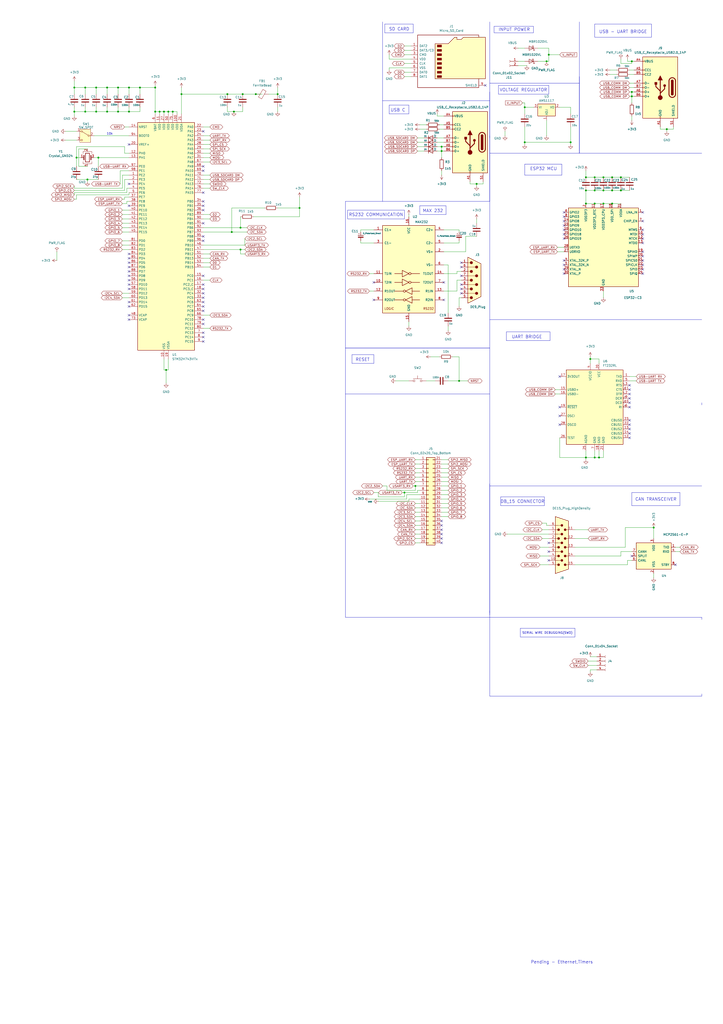
<source format=kicad_sch>
(kicad_sch (version 20231120) (generator "eeschema") (generator_version "8.0")
  (paper "A2" portrait)
  (junction (at 81.28 50.8))
  (junction (at 50.8 104.14))
  (junction (at 135.89 64.77))
  (junction (at 355.6 118.11))
  (junction (at 234.95 285.75))
  (junction (at 161.29 54.61))
  (junction (at 340.36 265.43))
  (junction (at 345.44 118.11))
  (junction (at 139.7 144.78))
  (junction (at 350.52 110.49))
  (junction (at 97.79 64.77))
  (junction (at 355.6 110.49))
  (junction (at 49.53 64.77))
  (junction (at 360.68 110.49))
  (junction (at 340.36 110.49))
  (junction (at 90.17 64.77))
  (junction (at 62.23 64.77))
  (junction (at 345.44 110.49))
  (junction (at 132.08 54.61))
  (junction (at 360.68 102.87))
  (junction (at 304.8 62.23))
  (junction (at 276.86 106.68))
  (junction (at 100.33 64.77))
  (junction (at 43.18 64.77))
  (junction (at 331.47 82.55))
  (junction (at 43.18 50.8))
  (junction (at 367.03 35.56))
  (junction (at 387.35 74.93))
  (junction (at 96.52 214.63))
  (junction (at 95.25 64.77))
  (junction (at 148.59 54.61))
  (junction (at 317.5 35.56))
  (junction (at 68.58 50.8))
  (junction (at 367.03 55.88))
  (junction (at 62.23 50.8))
  (junction (at 342.9 208.28))
  (junction (at 55.88 64.77))
  (junction (at 350.52 118.11))
  (junction (at 345.44 102.87))
  (junction (at 105.41 54.61))
  (junction (at 173.99 120.65))
  (junction (at 340.36 102.87))
  (junction (at 350.52 102.87))
  (junction (at 68.58 64.77))
  (junction (at 57.15 91.44))
  (junction (at 304.8 82.55))
  (junction (at 74.93 64.77))
  (junction (at 256.54 87.63))
  (junction (at 256.54 85.09))
  (junction (at 241.3 281.94))
  (junction (at 266.7 220.98))
  (junction (at 340.36 118.11))
  (junction (at 379.73 306.07))
  (junction (at 367.03 53.34))
  (junction (at 139.7 132.08))
  (junction (at 92.71 64.77))
  (junction (at 347.98 265.43))
  (junction (at 55.88 50.8))
  (junction (at 134.62 134.62))
  (junction (at 140.97 54.61))
  (junction (at 44.45 91.44))
  (junction (at 345.44 265.43))
  (junction (at 355.6 102.87))
  (junction (at 74.93 50.8))
  (junction (at 49.53 50.8))
  (junction (at 90.17 50.8))
  (junction (at 318.77 31.75))
  (no_connect (at 256.54 304.8))
  (no_connect (at 327.66 156.21))
  (no_connect (at 281.94 49.53))
  (no_connect (at 267.97 170.18))
  (no_connect (at 365.76 236.22))
  (no_connect (at 118.11 121.92))
  (no_connect (at 365.76 226.06))
  (no_connect (at 118.11 180.34))
  (no_connect (at 118.11 99.06))
  (no_connect (at 327.66 123.19))
  (no_connect (at 327.66 153.67))
  (no_connect (at 118.11 172.72))
  (no_connect (at 118.11 167.64))
  (no_connect (at 74.93 152.4))
  (no_connect (at 118.11 119.38))
  (no_connect (at 327.66 138.43))
  (no_connect (at 318.77 320.04))
  (no_connect (at 118.11 185.42))
  (no_connect (at 373.38 123.19))
  (no_connect (at 325.12 246.38))
  (no_connect (at 74.93 154.94))
  (no_connect (at 365.76 231.14))
  (no_connect (at 118.11 76.2))
  (no_connect (at 365.76 251.46))
  (no_connect (at 74.93 83.82))
  (no_connect (at 217.17 163.83))
  (no_connect (at 267.97 167.64))
  (no_connect (at 256.54 312.42))
  (no_connect (at 365.76 228.6))
  (no_connect (at 327.66 151.13))
  (no_connect (at 327.66 128.27))
  (no_connect (at 373.38 128.27))
  (no_connect (at 118.11 170.18))
  (no_connect (at 74.93 182.88))
  (no_connect (at 373.38 138.43))
  (no_connect (at 74.93 175.26))
  (no_connect (at 373.38 156.21))
  (no_connect (at 373.38 158.75))
  (no_connect (at 74.93 162.56))
  (no_connect (at 257.81 173.99))
  (no_connect (at 373.38 133.35))
  (no_connect (at 373.38 148.59))
  (no_connect (at 118.11 116.84))
  (no_connect (at 327.66 125.73))
  (no_connect (at 74.93 165.1))
  (no_connect (at 365.76 233.68))
  (no_connect (at 118.11 111.76))
  (no_connect (at 365.76 246.38))
  (no_connect (at 256.54 302.26))
  (no_connect (at 118.11 160.02))
  (no_connect (at 74.93 177.8))
  (no_connect (at 74.93 147.32))
  (no_connect (at 318.77 314.96))
  (no_connect (at 318.77 325.12))
  (no_connect (at 74.93 149.86))
  (no_connect (at 118.11 193.04))
  (no_connect (at 256.54 307.34))
  (no_connect (at 267.97 165.1))
  (no_connect (at 373.38 153.67))
  (no_connect (at 373.38 151.13))
  (no_connect (at 74.93 160.02))
  (no_connect (at 267.97 160.02))
  (no_connect (at 392.43 327.66))
  (no_connect (at 118.11 137.16))
  (no_connect (at 118.11 139.7))
  (no_connect (at 74.93 157.48))
  (no_connect (at 118.11 96.52))
  (no_connect (at 217.17 173.99))
  (no_connect (at 327.66 133.35))
  (no_connect (at 365.76 243.84))
  (no_connect (at 325.12 236.22))
  (no_connect (at 365.76 254))
  (no_connect (at 256.54 314.96))
  (no_connect (at 327.66 130.81))
  (no_connect (at 327.66 135.89))
  (no_connect (at 118.11 129.54))
  (no_connect (at 118.11 195.58))
  (no_connect (at 74.93 167.64))
  (no_connect (at 118.11 177.8))
  (no_connect (at 267.97 152.4))
  (no_connect (at 74.93 119.38))
  (no_connect (at 327.66 158.75))
  (no_connect (at 256.54 309.88))
  (no_connect (at 267.97 154.94))
  (no_connect (at 74.93 106.68))
  (no_connect (at 367.03 322.58))
  (no_connect (at 118.11 165.1))
  (no_connect (at 373.38 146.05))
  (no_connect (at 365.76 223.52))
  (no_connect (at 118.11 198.12))
  (no_connect (at 118.11 187.96))
  (no_connect (at 373.38 140.97))
  (no_connect (at 257.81 163.83))
  (no_connect (at 325.12 241.3))
  (no_connect (at 325.12 218.44))
  (no_connect (at 365.76 248.92))
  (no_connect (at 118.11 175.26))
  (no_connect (at 373.38 135.89))
  (no_connect (at 74.93 185.42))
  (wire (pts (xy 72.39 88.9) (xy 74.93 88.9)))
  (wire (pts (xy 256.54 276.86) (xy 260.35 276.86)))
  (wire (pts (xy 331.47 62.23) (xy 331.47 66.04)))
  (wire (pts (xy 294.64 309.88) (xy 318.77 309.88)))
  (wire (pts (xy 74.93 50.8) (xy 68.58 50.8)))
  (wire (pts (xy 300.99 27.94) (xy 304.8 27.94)))
  (wire (pts (xy 255.27 72.39) (xy 257.81 72.39)))
  (wire (pts (xy 100.33 64.77) (xy 97.79 64.77)))
  (polyline (pts (xy 326.39 101.6) (xy 304.8 101.6)))
  (polyline (pts (xy 284.48 354.33) (xy 284.48 356.87)))
  (wire (pts (xy 342.9 208.28) (xy 342.9 210.82)))
  (polyline (pts (xy 259.08 124.46) (xy 243.84 124.46)))
  (polyline (pts (xy 284.48 12.7) (xy 284.48 358.14)))
  (wire (pts (xy 293.37 76.2) (xy 293.37 78.74)))
  (wire (pts (xy 71.12 170.18) (xy 74.93 170.18)))
  (polyline (pts (xy 394.97 293.37) (xy 367.03 293.37)))
  (wire (pts (xy 314.96 312.42) (xy 318.77 312.42)))
  (wire (pts (xy 50.8 86.36) (xy 45.72 86.36)))
  (wire (pts (xy 265.43 157.48) (xy 267.97 157.48)))
  (wire (pts (xy 250.19 207.01) (xy 255.27 207.01)))
  (wire (pts (xy 363.22 317.5) (xy 334.01 317.5)))
  (wire (pts (xy 38.1 76.2) (xy 44.45 76.2)))
  (wire (pts (xy 392.43 320.04) (xy 394.97 320.04)))
  (wire (pts (xy 72.39 114.3) (xy 74.93 114.3)))
  (wire (pts (xy 365.76 48.26) (xy 368.3 48.26)))
  (wire (pts (xy 71.12 121.92) (xy 74.93 121.92)))
  (wire (pts (xy 363.22 306.07) (xy 379.73 306.07)))
  (wire (pts (xy 317.5 303.53) (xy 317.5 304.8)))
  (wire (pts (xy 72.39 73.66) (xy 74.93 73.66)))
  (polyline (pts (xy 407.67 358.14) (xy 407.67 359.41)))
  (wire (pts (xy 118.11 93.98) (xy 121.92 93.98)))
  (wire (pts (xy 243.84 284.48) (xy 242.57 284.48)))
  (wire (pts (xy 71.12 132.08) (xy 74.93 132.08)))
  (wire (pts (xy 312.42 35.56) (xy 317.5 35.56)))
  (wire (pts (xy 132.08 62.23) (xy 132.08 64.77)))
  (wire (pts (xy 46.99 91.44) (xy 44.45 91.44)))
  (wire (pts (xy 118.11 78.74) (xy 121.92 78.74)))
  (wire (pts (xy 241.3 297.18) (xy 243.84 297.18)))
  (wire (pts (xy 303.53 59.69) (xy 304.8 59.69)))
  (wire (pts (xy 90.17 49.53) (xy 90.17 50.8)))
  (wire (pts (xy 50.8 104.14) (xy 57.15 104.14)))
  (polyline (pts (xy 304.8 95.25) (xy 326.39 95.25)))
  (wire (pts (xy 254 87.63) (xy 256.54 87.63)))
  (wire (pts (xy 33.02 146.05) (xy 33.02 151.13)))
  (wire (pts (xy 237.49 186.69) (xy 237.49 189.23)))
  (polyline (pts (xy 226.06 66.04) (xy 237.49 66.04)))
  (wire (pts (xy 247.65 220.98) (xy 252.73 220.98)))
  (wire (pts (xy 318.77 27.94) (xy 312.42 27.94)))
  (wire (pts (xy 132.08 54.61) (xy 140.97 54.61)))
  (wire (pts (xy 241.3 271.78) (xy 243.84 271.78)))
  (wire (pts (xy 45.72 86.36) (xy 45.72 96.52)))
  (wire (pts (xy 161.29 50.8) (xy 161.29 54.61)))
  (wire (pts (xy 49.53 50.8) (xy 49.53 54.61)))
  (wire (pts (xy 118.11 134.62) (xy 134.62 134.62)))
  (wire (pts (xy 102.87 64.77) (xy 100.33 64.77)))
  (wire (pts (xy 345.44 261.62) (xy 345.44 265.43)))
  (wire (pts (xy 313.69 327.66) (xy 318.77 327.66)))
  (wire (pts (xy 234.95 44.45) (xy 238.76 44.45)))
  (wire (pts (xy 90.17 50.8) (xy 90.17 64.77)))
  (polyline (pts (xy 200.66 228.6) (xy 284.48 228.6)))
  (wire (pts (xy 273.05 106.68) (xy 276.86 106.68)))
  (wire (pts (xy 256.54 299.72) (xy 260.35 299.72)))
  (polyline (pts (xy 318.77 54.61) (xy 289.56 54.61)))
  (wire (pts (xy 226.06 31.75) (xy 226.06 34.29)))
  (wire (pts (xy 260.35 153.67) (xy 260.35 181.61)))
  (wire (pts (xy 55.88 64.77) (xy 49.53 64.77)))
  (wire (pts (xy 360.68 110.49) (xy 365.76 110.49)))
  (polyline (pts (xy 259.08 119.38) (xy 259.08 124.46)))
  (wire (pts (xy 254 66.04) (xy 254 67.31)))
  (wire (pts (xy 74.93 50.8) (xy 74.93 54.61)))
  (wire (pts (xy 135.89 64.77) (xy 140.97 64.77)))
  (polyline (pts (xy 407.67 233.68) (xy 407.67 234.95)))
  (wire (pts (xy 38.1 81.28) (xy 44.45 81.28)))
  (wire (pts (xy 217.17 285.75) (xy 219.71 285.75)))
  (wire (pts (xy 345.44 265.43) (xy 340.36 265.43)))
  (polyline (pts (xy 237.49 66.04) (xy 237.49 60.96)))
  (wire (pts (xy 262.89 207.01) (xy 266.7 207.01)))
  (wire (pts (xy 347.98 265.43) (xy 345.44 265.43)))
  (wire (pts (xy 340.36 110.49) (xy 345.44 110.49)))
  (wire (pts (xy 44.45 85.09) (xy 72.39 85.09)))
  (wire (pts (xy 365.76 50.8) (xy 368.3 50.8)))
  (wire (pts (xy 140.97 54.61) (xy 148.59 54.61)))
  (wire (pts (xy 69.85 99.06) (xy 74.93 99.06)))
  (wire (pts (xy 74.93 113.03) (xy 44.45 113.03)))
  (wire (pts (xy 173.99 120.65) (xy 173.99 125.73)))
  (wire (pts (xy 254 85.09) (xy 256.54 85.09)))
  (polyline (pts (xy 284.48 185.42) (xy 407.67 185.42)))
  (wire (pts (xy 68.58 62.23) (xy 68.58 64.77)))
  (wire (pts (xy 92.71 64.77) (xy 90.17 64.77)))
  (wire (pts (xy 242.57 80.01) (xy 246.38 80.01)))
  (wire (pts (xy 236.22 289.56) (xy 214.63 289.56)))
  (polyline (pts (xy 290.83 288.29) (xy 316.23 288.29)))
  (wire (pts (xy 383.54 73.66) (xy 383.54 74.93)))
  (wire (pts (xy 57.15 91.44) (xy 74.93 91.44)))
  (polyline (pts (xy 226.06 60.96) (xy 226.06 66.04)))
  (wire (pts (xy 134.62 134.62) (xy 143.51 134.62)))
  (polyline (pts (xy 217.17 210.82) (xy 204.47 210.82)))
  (wire (pts (xy 345.44 110.49) (xy 350.52 110.49)))
  (wire (pts (xy 241.3 284.48) (xy 241.3 281.94)))
  (polyline (pts (xy 222.25 58.42) (xy 222.25 116.84)))
  (wire (pts (xy 367.03 53.34) (xy 367.03 55.88)))
  (wire (pts (xy 314.96 307.34) (xy 318.77 307.34)))
  (wire (pts (xy 241.3 276.86) (xy 243.84 276.86)))
  (wire (pts (xy 45.72 96.52) (xy 50.8 96.52)))
  (polyline (pts (xy 200.66 201.93) (xy 284.48 201.93)))
  (wire (pts (xy 256.54 292.1) (xy 260.35 292.1)))
  (wire (pts (xy 340.36 118.11) (xy 345.44 118.11)))
  (wire (pts (xy 152.4 54.61) (xy 148.59 54.61)))
  (wire (pts (xy 241.3 312.42) (xy 243.84 312.42)))
  (wire (pts (xy 142.24 147.32) (xy 139.7 147.32)))
  (wire (pts (xy 209.55 133.35) (xy 217.17 133.35)))
  (wire (pts (xy 342.9 388.62) (xy 342.9 389.89)))
  (wire (pts (xy 241.3 302.26) (xy 243.84 302.26)))
  (wire (pts (xy 318.77 31.75) (xy 325.12 31.75)))
  (wire (pts (xy 340.36 102.87) (xy 345.44 102.87)))
  (wire (pts (xy 118.11 73.66) (xy 121.92 73.66)))
  (wire (pts (xy 118.11 106.68) (xy 121.92 106.68)))
  (wire (pts (xy 71.12 124.46) (xy 74.93 124.46)))
  (wire (pts (xy 241.3 314.96) (xy 243.84 314.96)))
  (wire (pts (xy 44.45 113.03) (xy 44.45 115.57)))
  (wire (pts (xy 365.76 43.18) (xy 368.3 43.18)))
  (wire (pts (xy 234.95 31.75) (xy 238.76 31.75)))
  (wire (pts (xy 43.18 46.99) (xy 43.18 50.8)))
  (polyline (pts (xy 336.55 44.45) (xy 336.55 88.9)))
  (wire (pts (xy 243.84 72.39) (xy 247.65 72.39)))
  (wire (pts (xy 118.11 190.5) (xy 121.92 190.5)))
  (wire (pts (xy 367.03 55.88) (xy 368.3 55.88)))
  (wire (pts (xy 313.69 322.58) (xy 318.77 322.58)))
  (wire (pts (xy 365.76 55.88) (xy 367.03 55.88)))
  (wire (pts (xy 256.54 87.63) (xy 256.54 91.44)))
  (polyline (pts (xy 284.48 280.67) (xy 284.48 355.6)))
  (polyline (pts (xy 316.23 288.29) (xy 316.23 293.37)))
  (wire (pts (xy 54.61 91.44) (xy 57.15 91.44)))
  (polyline (pts (xy 200.66 116.84) (xy 200.66 201.93)))
  (wire (pts (xy 342.9 381) (xy 346.71 381)))
  (wire (pts (xy 142.24 142.24) (xy 118.11 142.24)))
  (wire (pts (xy 331.47 83.82) (xy 331.47 82.55)))
  (wire (pts (xy 234.95 288.29) (xy 234.95 285.75)))
  (wire (pts (xy 317.5 69.85) (xy 317.5 78.74)))
  (polyline (pts (xy 217.17 205.74) (xy 217.17 210.82)))
  (wire (pts (xy 325.12 62.23) (xy 331.47 62.23)))
  (wire (pts (xy 74.93 64.77) (xy 68.58 64.77)))
  (wire (pts (xy 90.17 64.77) (xy 90.17 66.04)))
  (wire (pts (xy 74.93 109.22) (xy 73.66 109.22)))
  (wire (pts (xy 304.8 59.69) (xy 304.8 62.23)))
  (wire (pts (xy 73.66 118.11) (xy 73.66 116.84)))
  (wire (pts (xy 241.3 281.94) (xy 243.84 281.94)))
  (wire (pts (xy 360.68 320.04) (xy 367.03 320.04)))
  (wire (pts (xy 243.84 287.02) (xy 236.22 287.02)))
  (wire (pts (xy 226.06 39.37) (xy 226.06 40.64)))
  (wire (pts (xy 304.8 82.55) (xy 304.8 83.82)))
  (wire (pts (xy 233.68 285.75) (xy 234.95 285.75)))
  (polyline (pts (xy 394.97 285.75) (xy 394.97 293.37)))
  (wire (pts (xy 118.11 86.36) (xy 121.92 86.36)))
  (wire (pts (xy 118.11 109.22) (xy 121.92 109.22)))
  (wire (pts (xy 256.54 279.4) (xy 260.35 279.4)))
  (polyline (pts (xy 240.03 19.05) (xy 223.52 19.05)))
  (wire (pts (xy 266.7 139.7) (xy 266.7 140.97)))
  (wire (pts (xy 43.18 109.22) (xy 71.12 109.22)))
  (wire (pts (xy 209.55 133.35) (xy 209.55 134.62)))
  (wire (pts (xy 350.52 102.87) (xy 355.6 102.87)))
  (wire (pts (xy 241.3 294.64) (xy 243.84 294.64)))
  (wire (pts (xy 118.11 182.88) (xy 121.92 182.88)))
  (wire (pts (xy 71.12 134.62) (xy 74.93 134.62)))
  (wire (pts (xy 44.45 91.44) (xy 44.45 85.09)))
  (wire (pts (xy 260.35 189.23) (xy 260.35 191.77)))
  (wire (pts (xy 350.52 110.49) (xy 355.6 110.49)))
  (wire (pts (xy 347.98 208.28) (xy 342.9 208.28)))
  (wire (pts (xy 234.95 41.91) (xy 238.76 41.91)))
  (wire (pts (xy 346.71 388.62) (xy 342.9 388.62)))
  (polyline (pts (xy 284.48 88.9) (xy 336.55 88.9)))
  (wire (pts (xy 241.3 279.4) (xy 243.84 279.4)))
  (wire (pts (xy 49.53 50.8) (xy 43.18 50.8)))
  (wire (pts (xy 323.85 146.05) (xy 327.66 146.05)))
  (wire (pts (xy 256.54 284.48) (xy 260.35 284.48)))
  (wire (pts (xy 62.23 64.77) (xy 55.88 64.77)))
  (wire (pts (xy 254 80.01) (xy 257.81 80.01)))
  (wire (pts (xy 242.57 85.09) (xy 246.38 85.09)))
  (wire (pts (xy 118.11 81.28) (xy 121.92 81.28)))
  (wire (pts (xy 256.54 99.06) (xy 256.54 101.6)))
  (wire (pts (xy 304.8 73.66) (xy 304.8 82.55)))
  (polyline (pts (xy 284.48 281.94) (xy 407.67 281.94)))
  (wire (pts (xy 360.68 102.87) (xy 365.76 102.87)))
  (wire (pts (xy 95.25 64.77) (xy 95.25 66.04)))
  (wire (pts (xy 383.54 74.93) (xy 387.35 74.93)))
  (wire (pts (xy 325.12 265.43) (xy 340.36 265.43)))
  (wire (pts (xy 270.51 146.05) (xy 270.51 137.16)))
  (wire (pts (xy 317.5 304.8) (xy 318.77 304.8)))
  (wire (pts (xy 365.76 218.44) (xy 369.57 218.44)))
  (wire (pts (xy 300.99 35.56) (xy 304.8 35.56)))
  (wire (pts (xy 276.86 106.68) (xy 276.86 107.95)))
  (polyline (pts (xy 204.47 205.74) (xy 204.47 210.82)))
  (wire (pts (xy 81.28 62.23) (xy 81.28 64.77)))
  (wire (pts (xy 317.5 35.56) (xy 318.77 35.56)))
  (wire (pts (xy 256.54 294.64) (xy 260.35 294.64)))
  (wire (pts (xy 318.77 31.75) (xy 318.77 35.56)))
  (wire (pts (xy 257.81 146.05) (xy 270.51 146.05)))
  (wire (pts (xy 265.43 162.56) (xy 267.97 162.56)))
  (wire (pts (xy 140.97 64.77) (xy 140.97 62.23)))
  (wire (pts (xy 340.36 110.49) (xy 340.36 118.11)))
  (wire (pts (xy 257.81 168.91) (xy 265.43 168.91)))
  (wire (pts (xy 391.16 74.93) (xy 391.16 73.66)))
  (wire (pts (xy 81.28 54.61) (xy 81.28 50.8)))
  (wire (pts (xy 267.97 172.72) (xy 266.7 172.72)))
  (wire (pts (xy 304.8 82.55) (xy 331.47 82.55)))
  (wire (pts (xy 161.29 62.23) (xy 161.29 64.77)))
  (wire (pts (xy 367.03 67.31) (xy 367.03 69.85)))
  (wire (pts (xy 304.8 62.23) (xy 304.8 66.04)))
  (wire (pts (xy 234.95 26.67) (xy 238.76 26.67)))
  (wire (pts (xy 334.01 307.34) (xy 341.63 307.34)))
  (wire (pts (xy 229.87 220.98) (xy 237.49 220.98)))
  (wire (pts (xy 49.53 62.23) (xy 49.53 64.77)))
  (wire (pts (xy 71.12 118.11) (xy 73.66 118.11)))
  (wire (pts (xy 68.58 50.8) (xy 68.58 54.61)))
  (wire (pts (xy 257.81 140.97) (xy 266.7 140.97)))
  (wire (pts (xy 43.18 107.95) (xy 43.18 109.22)))
  (wire (pts (xy 97.79 214.63) (xy 97.79 208.28)))
  (wire (pts (xy 49.53 64.77) (xy 43.18 64.77)))
  (wire (pts (xy 240.03 281.94) (xy 241.3 281.94)))
  (polyline (pts (xy 226.06 60.96) (xy 237.49 60.96)))
  (wire (pts (xy 256.54 85.09) (xy 256.54 87.63)))
  (wire (pts (xy 341.63 383.54) (xy 346.71 383.54)))
  (wire (pts (xy 276.86 127) (xy 276.86 129.54)))
  (wire (pts (xy 257.81 133.35) (xy 266.7 133.35)))
  (wire (pts (xy 97.79 64.77) (xy 97.79 66.04)))
  (wire (pts (xy 118.11 127) (xy 121.92 127)))
  (wire (pts (xy 241.3 266.7) (xy 243.84 266.7)))
  (wire (pts (xy 379.73 306.07) (xy 379.73 312.42)))
  (wire (pts (xy 118.11 147.32) (xy 121.92 147.32)))
  (wire (pts (xy 118.11 91.44) (xy 121.92 91.44)))
  (wire (pts (xy 280.67 106.68) (xy 280.67 105.41)))
  (wire (pts (xy 73.66 111.76) (xy 43.18 111.76)))
  (wire (pts (xy 43.18 64.77) (xy 43.18 62.23)))
  (wire (pts (xy 365.76 53.34) (xy 367.03 53.34)))
  (polyline (pts (xy 222.25 116.84) (xy 284.48 116.84)))
  (wire (pts (xy 318.77 31.75) (xy 318.77 27.94)))
  (wire (pts (xy 96.52 214.63) (xy 96.52 222.25)))
  (wire (pts (xy 134.62 120.65) (xy 134.62 134.62)))
  (polyline (pts (xy 200.66 358.14) (xy 284.48 358.14)))
  (wire (pts (xy 118.11 124.46) (xy 121.92 124.46)))
  (wire (pts (xy 237.49 290.83) (xy 219.71 290.83)))
  (polyline (pts (xy 289.56 49.53) (xy 289.56 54.61)))
  (wire (pts (xy 347.98 261.62) (xy 347.98 265.43)))
  (wire (pts (xy 257.81 153.67) (xy 260.35 153.67)))
  (wire (pts (xy 71.12 142.24) (xy 74.93 142.24)))
  (wire (pts (xy 173.99 114.3) (xy 173.99 120.65)))
  (wire (pts (xy 309.88 62.23) (xy 304.8 62.23)))
  (wire (pts (xy 95.25 208.28) (xy 95.25 214.63)))
  (wire (pts (xy 367.03 36.83) (xy 367.03 35.56)))
  (wire (pts (xy 69.85 106.68) (xy 69.85 99.06)))
  (wire (pts (xy 379.73 332.74) (xy 379.73 335.28)))
  (wire (pts (xy 387.35 74.93) (xy 391.16 74.93)))
  (wire (pts (xy 354.33 43.18) (xy 358.14 43.18)))
  (wire (pts (xy 54.61 78.74) (xy 74.93 78.74)))
  (wire (pts (xy 234.95 36.83) (xy 238.76 36.83)))
  (wire (pts (xy 256.54 287.02) (xy 260.35 287.02)))
  (wire (pts (xy 55.88 62.23) (xy 55.88 64.77)))
  (polyline (pts (xy 243.84 119.38) (xy 259.08 119.38)))
  (wire (pts (xy 105.41 54.61) (xy 105.41 66.04)))
  (wire (pts (xy 72.39 85.09) (xy 72.39 88.9)))
  (wire (pts (xy 341.63 386.08) (xy 346.71 386.08)))
  (wire (pts (xy 242.57 82.55) (xy 246.38 82.55)))
  (wire (pts (xy 224.79 281.94) (xy 224.79 284.48)))
  (wire (pts (xy 71.12 101.6) (xy 71.12 109.22)))
  (wire (pts (xy 254 82.55) (xy 257.81 82.55)))
  (wire (pts (xy 118.11 152.4) (xy 121.92 152.4)))
  (wire (pts (xy 118.11 101.6) (xy 121.92 101.6)))
  (wire (pts (xy 226.06 34.29) (xy 238.76 34.29)))
  (polyline (pts (xy 223.52 13.97) (xy 223.52 19.05)))
  (polyline (pts (xy 200.66 228.6) (xy 200.66 358.14)))
  (wire (pts (xy 71.12 172.72) (xy 74.93 172.72)))
  (wire (pts (xy 334.01 322.58) (xy 360.68 322.58)))
  (wire (pts (xy 139.7 125.73) (xy 139.7 132.08)))
  (polyline (pts (xy 284.48 358.14) (xy 407.67 358.14)))
  (polyline (pts (xy 336.55 88.9) (xy 407.67 88.9)))
  (wire (pts (xy 139.7 144.78) (xy 142.24 144.78)))
  (wire (pts (xy 256.54 271.78) (xy 260.35 271.78)))
  (wire (pts (xy 355.6 118.11) (xy 360.68 118.11)))
  (wire (pts (xy 118.11 104.14) (xy 121.92 104.14)))
  (wire (pts (xy 340.36 265.43) (xy 340.36 266.7)))
  (wire (pts (xy 62.23 50.8) (xy 55.88 50.8)))
  (polyline (pts (xy 243.84 119.38) (xy 243.84 124.46)))
  (wire (pts (xy 55.88 50.8) (xy 49.53 50.8)))
  (wire (pts (xy 102.87 66.04) (xy 102.87 64.77)))
  (wire (pts (xy 209.55 139.7) (xy 209.55 140.97)))
  (wire (pts (xy 62.23 62.23) (xy 62.23 64.77)))
  (wire (pts (xy 392.43 317.5) (xy 394.97 317.5)))
  (wire (pts (xy 354.33 40.64) (xy 358.14 40.64)))
  (wire (pts (xy 266.7 172.72) (xy 266.7 177.8)))
  (wire (pts (xy 161.29 120.65) (xy 173.99 120.65)))
  (wire (pts (xy 257.81 158.75) (xy 265.43 158.75)))
  (wire (pts (xy 276.86 106.68) (xy 280.67 106.68)))
  (wire (pts (xy 300.99 38.1) (xy 306.07 38.1)))
  (wire (pts (xy 72.39 115.57) (xy 72.39 114.3)))
  (wire (pts (xy 209.55 140.97) (xy 217.17 140.97)))
  (wire (pts (xy 118.11 162.56) (xy 121.92 162.56)))
  (wire (pts (xy 364.49 34.29) (xy 364.49 35.56)))
  (wire (pts (xy 265.43 158.75) (xy 265.43 157.48)))
  (wire (pts (xy 71.12 129.54) (xy 74.93 129.54)))
  (wire (pts (xy 367.03 55.88) (xy 367.03 59.69)))
  (wire (pts (xy 345.44 102.87) (xy 350.52 102.87)))
  (wire (pts (xy 234.95 29.21) (xy 238.76 29.21)))
  (polyline (pts (xy 222.25 58.42) (xy 284.48 58.42)))
  (wire (pts (xy 222.25 281.94) (xy 224.79 281.94)))
  (wire (pts (xy 345.44 118.11) (xy 350.52 118.11)))
  (wire (pts (xy 71.12 139.7) (xy 74.93 139.7)))
  (polyline (pts (xy 284.48 48.26) (xy 336.55 48.26)))
  (polyline (pts (xy 200.66 201.93) (xy 284.48 201.93)))
  (wire (pts (xy 105.41 50.8) (xy 105.41 54.61)))
  (wire (pts (xy 139.7 147.32) (xy 139.7 144.78)))
  (wire (pts (xy 44.45 91.44) (xy 44.45 96.52)))
  (wire (pts (xy 74.93 111.76) (xy 74.93 113.03)))
  (wire (pts (xy 95.25 214.63) (xy 96.52 214.63)))
  (wire (pts (xy 256.54 281.94) (xy 260.35 281.94)))
  (polyline (pts (xy 284.48 78.74) (xy 284.48 116.84)))
  (wire (pts (xy 96.52 214.63) (xy 97.79 214.63)))
  (polyline (pts (xy 222.25 116.84) (xy 200.66 116.84)))
  (wire (pts (xy 81.28 50.8) (xy 90.17 50.8)))
  (wire (pts (xy 81.28 64.77) (xy 74.93 64.77)))
  (wire (pts (xy 256.54 297.18) (xy 260.35 297.18)))
  (wire (pts (xy 363.22 306.07) (xy 363.22 317.5)))
  (wire (pts (xy 322.58 226.06) (xy 325.12 226.06)))
  (wire (pts (xy 100.33 64.77) (xy 100.33 66.04)))
  (wire (pts (xy 255.27 74.93) (xy 257.81 74.93)))
  (polyline (pts (xy 284.48 53.34) (xy 284.48 80.01)))
  (wire (pts (xy 323.85 143.51) (xy 327.66 143.51)))
  (wire (pts (xy 50.8 104.14) (xy 50.8 105.41)))
  (wire (pts (xy 95.25 64.77) (xy 92.71 64.77)))
  (wire (pts (xy 256.54 87.63) (xy 257.81 87.63)))
  (wire (pts (xy 243.84 289.56) (xy 237.49 289.56)))
  (wire (pts (xy 273.05 105.41) (xy 273.05 106.68)))
  (wire (pts (xy 387.35 74.93) (xy 387.35 76.2)))
  (wire (pts (xy 340.36 261.62) (xy 340.36 265.43)))
  (polyline (pts (xy 290.83 288.29) (xy 290.83 293.37)))
  (wire (pts (xy 270.51 137.16) (xy 276.86 137.16)))
  (wire (pts (xy 256.54 289.56) (xy 260.35 289.56)))
  (wire (pts (xy 139.7 132.08) (xy 143.51 132.08)))
  (wire (pts (xy 334.01 312.42) (xy 341.63 312.42)))
  (wire (pts (xy 73.66 116.84) (xy 74.93 116.84)))
  (wire (pts (xy 260.35 220.98) (xy 266.7 220.98)))
  (wire (pts (xy 242.57 284.48) (xy 242.57 285.75)))
  (wire (pts (xy 71.12 115.57) (xy 72.39 115.57)))
  (wire (pts (xy 118.11 154.94) (xy 121.92 154.94)))
  (wire (pts (xy 43.18 64.77) (xy 43.18 67.31)))
  (wire (pts (xy 132.08 64.77) (xy 135.89 64.77)))
  (wire (pts (xy 237.49 290.83) (xy 237.49 289.56)))
  (wire (pts (xy 219.71 285.75) (xy 219.71 288.29)))
  (wire (pts (xy 241.3 299.72) (xy 243.84 299.72)))
  (polyline (pts (xy 367.03 285.75) (xy 394.97 285.75)))
  (wire (pts (xy 226.06 39.37) (xy 238.76 39.37)))
  (wire (pts (xy 322.58 228.6) (xy 325.12 228.6)))
  (wire (pts (xy 44.45 104.14) (xy 50.8 104.14)))
  (wire (pts (xy 241.3 307.34) (xy 243.84 307.34)))
  (wire (pts (xy 241.3 304.8) (xy 243.84 304.8)))
  (wire (pts (xy 325.12 254) (xy 325.12 265.43)))
  (wire (pts (xy 360.68 322.58) (xy 360.68 320.04)))
  (wire (pts (xy 355.6 102.87) (xy 360.68 102.87)))
  (wire (pts (xy 43.18 111.76) (xy 43.18 113.03)))
  (wire (pts (xy 265.43 168.91) (xy 265.43 162.56)))
  (wire (pts (xy 118.11 149.86) (xy 121.92 149.86)))
  (wire (pts (xy 256.54 269.24) (xy 260.35 269.24)))
  (wire (pts (xy 118.11 83.82) (xy 121.92 83.82)))
  (wire (pts (xy 350.52 118.11) (xy 355.6 118.11)))
  (wire (pts (xy 92.71 64.77) (xy 92.71 66.04)))
  (wire (pts (xy 350.52 261.62) (xy 350.52 265.43)))
  (wire (pts (xy 43.18 50.8) (xy 43.18 54.61)))
  (wire (pts (xy 72.39 110.49) (xy 43.18 110.49)))
  (wire (pts (xy 237.49 124.46) (xy 237.49 125.73)))
  (wire (pts (xy 241.3 309.88) (xy 243.84 309.88)))
  (wire (pts (xy 367.03 35.56) (xy 368.3 35.56)))
  (wire (pts (xy 68.58 64.77) (xy 62.23 64.77)))
  (wire (pts (xy 236.22 287.02) (xy 236.22 289.56)))
  (wire (pts (xy 266.7 207.01) (xy 266.7 220.98)))
  (wire (pts (xy 234.95 285.75) (xy 242.57 285.75)))
  (wire (pts (xy 350.52 265.43) (xy 347.98 265.43)))
  (wire (pts (xy 241.3 292.1) (xy 243.84 292.1)))
  (wire (pts (xy 62.23 50.8) (xy 62.23 54.61)))
  (wire (pts (xy 242.57 87.63) (xy 246.38 87.63)))
  (wire (pts (xy 355.6 110.49) (xy 360.68 110.49)))
  (polyline (pts (xy 223.52 13.97) (xy 240.03 13.97)))
  (polyline (pts (xy 200.66 201.93) (xy 200.66 228.6)))
  (wire (pts (xy 340.36 99.06) (xy 340.36 102.87)))
  (wire (pts (xy 314.96 303.53) (xy 317.5 303.53)))
  (polyline (pts (xy 326.39 95.25) (xy 326.39 101.6)))
  (polyline (pts (xy 407.67 402.59) (xy 407.67 403.86)))
  (wire (pts (xy 71.12 127) (xy 74.93 127)))
  (polyline (pts (xy 204.47 205.74) (xy 217.17 205.74)))
  (wire (pts (xy 74.93 101.6) (xy 71.12 101.6)))
  (polyline (pts (xy 284.48 358.14) (xy 284.48 403.86)))
  (wire (pts (xy 364.49 325.12) (xy 367.03 325.12)))
  (wire (pts (xy 364.49 327.66) (xy 364.49 325.12)))
  (wire (pts (xy 241.3 274.32) (xy 243.84 274.32)))
  (wire (pts (xy 360.68 34.29) (xy 360.68 36.83)))
  (wire (pts (xy 214.63 168.91) (xy 217.17 168.91)))
  (polyline (pts (xy 240.03 13.97) (xy 240.03 19.05)))
  (polyline (pts (xy 336.55 12.7) (xy 336.55 88.9)))
  (wire (pts (xy 364.49 35.56) (xy 367.03 35.56)))
  (wire (pts (xy 241.3 269.24) (xy 243.84 269.24)))
  (wire (pts (xy 71.12 144.78) (xy 74.93 144.78)))
  (polyline (pts (xy 304.8 95.25) (xy 304.8 101.6)))
  (wire (pts (xy 55.88 50.8) (xy 55.88 54.61)))
  (polyline (pts (xy 316.23 293.37) (xy 290.83 293.37)))
  (polyline (pts (xy 318.77 49.53) (xy 318.77 54.61)))
  (wire (pts (xy 147.32 125.73) (xy 173.99 125.73)))
  (wire (pts (xy 367.03 53.34) (xy 368.3 53.34)))
  (wire (pts (xy 350.52 168.91) (xy 350.52 172.72)))
  (wire (pts (xy 68.58 50.8) (xy 62.23 50.8)))
  (wire (pts (xy 118.11 144.78) (xy 139.7 144.78)))
  (wire (pts (xy 118.11 88.9) (xy 121.92 88.9)))
  (wire (pts (xy 74.93 104.14) (xy 72.39 104.14)))
  (wire (pts (xy 224.79 284.48) (xy 241.3 284.48)))
  (wire (pts (xy 342.9 207.01) (xy 342.9 208.28)))
  (wire (pts (xy 72.39 104.14) (xy 72.39 110.49)))
  (wire (pts (xy 118.11 132.08) (xy 139.7 132.08)))
  (wire (pts (xy 331.47 82.55) (xy 331.47 73.66)))
  (wire (pts (xy 219.71 288.29) (xy 234.95 288.29)))
  (wire (pts (xy 334.01 327.66) (xy 364.49 327.66)))
  (wire (pts (xy 266.7 220.98) (xy 271.78 220.98)))
  (wire (pts (xy 256.54 274.32) (xy 260.35 274.32)))
  (polyline (pts (xy 222.25 12.7) (xy 222.25 58.42)))
  (polyline (pts (xy 367.03 285.75) (xy 367.03 293.37)))
  (wire (pts (xy 266.7 133.35) (xy 266.7 134.62)))
  (wire (pts (xy 256.54 266.7) (xy 260.35 266.7)))
  (wire (pts (xy 81.28 50.8) (xy 74.93 50.8)))
  (wire (pts (xy 365.76 220.98) (xy 369.57 220.98)))
  (wire (pts (xy 243.84 74.93) (xy 247.65 74.93)))
  (wire (pts (xy 142.24 138.43) (xy 142.24 142.24)))
  (wire (pts (xy 254 67.31) (xy 257.81 67.31)))
  (wire (pts (xy 153.67 120.65) (xy 134.62 120.65)))
  (wire (pts (xy 256.54 85.09) (xy 257.81 85.09)))
  (wire (pts (xy 97.79 64.77) (xy 95.25 64.77)))
  (polyline (pts (xy 289.56 49.53) (xy 318.77 49.53)))
  (wire (pts (xy 313.69 317.5) (xy 318.77 317.5)))
  (wire (pts (xy 214.63 158.75) (xy 217.17 158.75)))
  (wire (pts (xy 360.68 36.83) (xy 367.03 36.83)))
  (wire (pts (xy 365.76 40.64) (xy 368.3 40.64)))
  (wire (pts (xy 44.45 115.57) (xy 43.18 115.57)))
  (wire (pts (xy 74.93 62.23) (xy 74.93 64.77)))
  (polyline (pts (xy 284.48 403.86) (xy 407.67 403.86)))
  (wire (pts (xy 73.66 109.22) (xy 73.66 111.76)))
  (wire (pts (xy 57.15 91.44) (xy 57.15 96.52)))
  (wire (pts (xy 105.41 54.61) (xy 132.08 54.61)))
  (wire (pts (xy 156.21 54.61) (xy 161.29 54.61)))
  (wire (pts (xy 347.98 210.82) (xy 347.98 208.28)))
  (rectangle (start 294.132 192.532) (end 319.532 197.612))
  (rectangle (start 345.44 13.97) (end 378.46 21.59))
  (text_box "" (at 287.02 15.24 0) (size 22.86 3.81) (effects (font (size 1.27 1.27)) (justify left top)))
  (text_box "" (at 201.93 121.92 0) (size 33.02 5.08) (effects (font (size 1.27 1.27)) (justify left top)))
  (text_box "" (at 302.26 364.49 0) (size 31.75 5.08) (effects (font (size 1.27 1.27)) (justify left top)))
  (text "VOLTAGE REGULATOR\n" (at 304.038 52.324 0) (effects (font (size 1.778 1.778))))
  (text "INPUT POWER" (at 298.704 17.272 0) (effects (font (size 1.778 1.778))))
  (text "USB - UART BRIDGE" (at 361.95 18.542 0) (effects (font (size 1.778 1.778))))
  (text "DB_15 CONNECTOR" (at 303.53 291.084 0) (effects (font (size 1.778 1.778))))
  (text "MAX 232\n" (at 251.46 122.428 0) (effects (font (size 1.778 1.778))))
  (text "SERIAL WIRE DEBUGGING(SWD)" (at 318.008 367.284 0) (effects (font (size 1.27 1.27))))
  (text "ESP32 MCU" (at 315.722 98.044 0) (effects (font (size 1.778 1.778))))
  (text "RESET " (at 211.328 208.788 0) (effects (font (size 1.778 1.778))))
  (text "10k" (at 63.754 77.724 0) (effects (font (size 1.27 1.27))))
  (text "Pending - Ethernet,Timers\n" (at 326.39 558.292 0) (effects (font (size 1.778 1.778))))
  (text "RS232 COMMUNICATION" (at 218.44 124.714 0) (effects (font (size 1.778 1.778))))
  (text "CAN TRANSCEIVER" (at 381 289.814 0) (effects (font (size 1.778 1.778))))
  (text "USB C" (at 231.14 64.008 0) (effects (font (size 1.778 1.778))))
  (text "UART BRIDGE" (at 306.07 195.58 0) (effects (font (size 1.778 1.778))))
  (text "SD CARD" (at 231.902 17.018 0) (effects (font (size 1.778 1.778))))
  (global_label "SPI_SCK" (shape bidirectional) (at 121.92 86.36 0) (property "Intersheetrefs" "${INTERSHEET_REFS}" (effects (hide yes))))
  (global_label "RS232_RX" (shape bidirectional) (at 241.3 271.78 180) (property "Intersheetrefs" "${INTERSHEET_REFS}" (effects (hide yes))))
  (global_label "D2" (shape bidirectional) (at 234.95 26.67 180) (property "Intersheetrefs" "${INTERSHEET_REFS}" (effects (hide yes))))
  (global_label "RS232_RX" (shape bidirectional) (at 71.12 144.78 180) (property "Intersheetrefs" "${INTERSHEET_REFS}" (effects (hide yes))))
  (global_label "D1" (shape bidirectional) (at 234.95 44.45 180) (property "Intersheetrefs" "${INTERSHEET_REFS}" (effects (hide yes))))
  (global_label "SW_CLK" (shape bidirectional) (at 121.92 109.22 0) (property "Intersheetrefs" "${INTERSHEET_REFS}" (effects (hide yes))))
  (global_label "GPIO_4" (shape bidirectional) (at 260.35 289.56 0) (property "Intersheetrefs" "${INTERSHEET_REFS}" (effects (hide yes))))
  (global_label "USART3_RX" (shape bidirectional) (at 240.03 281.94 180) (property "Intersheetrefs" "${INTERSHEET_REFS}" (effects (hide yes))))
  (global_label "SPI2_SCK" (shape bidirectional) (at 241.3 312.42 180) (property "Intersheetrefs" "${INTERSHEET_REFS}" (effects (hide yes))))
  (global_label "V_INPUT" (shape input) (at 325.12 31.75 0) (property "Intersheetrefs" "${INTERSHEET_REFS}" (effects (hide yes))))
  (global_label "CMD" (shape bidirectional) (at 234.95 31.75 180) (property "Intersheetrefs" "${INTERSHEET_REFS}" (effects (hide yes))))
  (global_label "MOSI" (shape bidirectional) (at 313.69 317.5 180) (property "Intersheetrefs" "${INTERSHEET_REFS}" (effects (hide yes))))
  (global_label "USB_SDCARD DP" (shape bidirectional) (at 242.57 85.09 180) (property "Intersheetrefs" "${INTERSHEET_REFS}" (effects (hide yes))))
  (global_label "GPIO_8" (shape bidirectional) (at 260.35 299.72 0) (property "Intersheetrefs" "${INTERSHEET_REFS}" (effects (hide yes))))
  (global_label "GPIO_7" (shape bidirectional) (at 71.12 139.7 180) (property "Intersheetrefs" "${INTERSHEET_REFS}" (effects (hide yes))))
  (global_label "I2C4_SDA" (shape bidirectional) (at 71.12 172.72 180) (property "Intersheetrefs" "${INTERSHEET_REFS}" (effects (hide yes))))
  (global_label "SPI_SCK" (shape bidirectional) (at 260.35 271.78 0) (property "Intersheetrefs" "${INTERSHEET_REFS}" (effects (hide yes))))
  (global_label "RS232_RX" (shape bidirectional) (at 214.63 158.75 180) (property "Intersheetrefs" "${INTERSHEET_REFS}" (effects (hide yes))))
  (global_label "GPIO_1" (shape bidirectional) (at 71.12 121.92 180) (property "Intersheetrefs" "${INTERSHEET_REFS}" (effects (hide yes))))
  (global_label "GPIO_4" (shape bidirectional) (at 71.12 129.54 180) (property "Intersheetrefs" "${INTERSHEET_REFS}" (effects (hide yes))))
  (global_label "UART_TX" (shape bidirectional) (at 241.3 279.4 180) (property "Intersheetrefs" "${INTERSHEET_REFS}" (effects (hide yes))))
  (global_label "SPI2_CS" (shape bidirectional) (at 241.3 314.96 180) (property "Intersheetrefs" "${INTERSHEET_REFS}" (effects (hide yes))))
  (global_label "RS232_TX" (shape bidirectional) (at 214.63 168.91 180) (property "Intersheetrefs" "${INTERSHEET_REFS}" (effects (hide yes))))
  (global_label "I2C3_SDA" (shape bidirectional) (at 121.92 182.88 0) (property "Intersheetrefs" "${INTERSHEET_REFS}" (effects (hide yes))))
  (global_label "D0" (shape bidirectional) (at 234.95 41.91 180) (property "Intersheetrefs" "${INTERSHEET_REFS}" (effects (hide yes))))
  (global_label "USB_COMM DM" (shape bidirectional) (at 365.76 48.26 180) (property "Intersheetrefs" "${INTERSHEET_REFS}" (effects (hide yes))))
  (global_label "V_INPUT" (shape input) (at 303.53 59.69 180) (property "Intersheetrefs" "${INTERSHEET_REFS}" (effects (hide yes))))
  (global_label "CLK" (shape bidirectional) (at 234.95 36.83 180) (property "Intersheetrefs" "${INTERSHEET_REFS}" (effects (hide yes))))
  (global_label "SPI_CS" (shape bidirectional) (at 314.96 303.53 180) (property "Intersheetrefs" "${INTERSHEET_REFS}" (effects (hide yes))))
  (global_label "UART_TX" (shape bidirectional) (at 121.92 78.74 0) (property "Intersheetrefs" "${INTERSHEET_REFS}" (effects (hide yes))))
  (global_label "MISO" (shape bidirectional) (at 260.35 276.86 0) (property "Intersheetrefs" "${INTERSHEET_REFS}" (effects (hide yes))))
  (global_label "CLK" (shape bidirectional) (at 121.92 162.56 0) (property "Intersheetrefs" "${INTERSHEET_REFS}" (effects (hide yes))))
  (global_label "GPIO_8" (shape bidirectional) (at 71.12 142.24 180) (property "Intersheetrefs" "${INTERSHEET_REFS}" (effects (hide yes))))
  (global_label "I2C_CLK" (shape bidirectional) (at 241.3 292.1 180) (property "Intersheetrefs" "${INTERSHEET_REFS}" (effects (hide yes))))
  (global_label "USB-UART TX" (shape bidirectional) (at 369.57 220.98 0) (property "Intersheetrefs" "${INTERSHEET_REFS}" (effects (hide yes))))
  (global_label "UART_RX" (shape bidirectional) (at 241.3 276.86 180) (property "Intersheetrefs" "${INTERSHEET_REFS}" (effects (hide yes))))
  (global_label "I2C4_SCL" (shape bidirectional) (at 71.12 170.18 180) (property "Intersheetrefs" "${INTERSHEET_REFS}" (effects (hide yes))))
  (global_label "I2C2_SDA" (shape bidirectional) (at 222.25 281.94 180) (property "Intersheetrefs" "${INTERSHEET_REFS}" (effects (hide yes))))
  (global_label "I2C3_SDA" (shape bidirectional) (at 241.3 299.72 180) (property "Intersheetrefs" "${INTERSHEET_REFS}" (effects (hide yes))))
  (global_label "SWDIO" (shape bidirectional) (at 341.63 383.54 180) (property "Intersheetrefs" "${INTERSHEET_REFS}" (effects (hide yes))))
  (global_label "GPIO_7" (shape bidirectional) (at 260.35 297.18 0) (property "Intersheetrefs" "${INTERSHEET_REFS}" (effects (hide yes))))
  (global_label "CAN_TX" (shape bidirectional) (at 394.97 320.04 0) (property "Intersheetrefs" "${INTERSHEET_REFS}" (effects (hide yes))))
  (global_label "MISO" (shape bidirectional) (at 121.92 88.9 0) (property "Intersheetrefs" "${INTERSHEET_REFS}" (effects (hide yes))))
  (global_label "GPIO_2" (shape bidirectional) (at 71.12 124.46 180) (property "Intersheetrefs" "${INTERSHEET_REFS}" (effects (hide yes))))
  (global_label "I2C3_SCL" (shape bidirectional) (at 121.92 93.98 0) (property "Intersheetrefs" "${INTERSHEET_REFS}" (effects (hide yes))))
  (global_label "CAN_RX" (shape bidirectional) (at 394.97 317.5 0) (property "Intersheetrefs" "${INTERSHEET_REFS}" (effects (hide yes))))
  (global_label "SPI2_SCK" (shape bidirectional) (at 43.18 107.95 180) (property "Intersheetrefs" "${INTERSHEET_REFS}" (effects (hide yes))))
  (global_label "USB_SDCARD DM" (shape bidirectional) (at 242.57 80.01 180) (property "Intersheetrefs" "${INTERSHEET_REFS}" (effects (hide yes))))
  (global_label "CAN_RX" (shape bidirectional) (at 121.92 147.32 0) (property "Intersheetrefs" "${INTERSHEET_REFS}" (effects (hide yes))))
  (global_label "USB-UART RX" (shape bidirectional) (at 369.57 218.44 0) (property "Intersheetrefs" "${INTERSHEET_REFS}" (effects (hide yes))))
  (global_label "D3" (shape bidirectional) (at 234.95 29.21 180) (property "Intersheetrefs" "${INTERSHEET_REFS}" (effects (hide yes))))
  (global_label "ESP_UART_RX" (shape bidirectional) (at 323.85 143.51 180) (property "Intersheetrefs" "${INTERSHEET_REFS}" (effects (hide yes))))
  (global_label "I2C_SDA" (shape bidirectional) (at 143.51 134.62 0) (property "Intersheetrefs" "${INTERSHEET_REFS}" (effects (hide yes))))
  (global_label "D3" (shape bidirectional) (at 121.92 127 0) (property "Intersheetrefs" "${INTERSHEET_REFS}" (effects (hide yes))))
  (global_label "NRST" (shape bidirectional) (at 271.78 220.98 0) (property "Intersheetrefs" "${INTERSHEET_REFS}" (effects (hide yes))))
  (global_label "SPI2_CS" (shape bidirectional) (at 43.18 110.49 180) (property "Intersheetrefs" "${INTERSHEET_REFS}" (effects (hide yes))))
  (global_label "USART3_TX" (shape bidirectional) (at 142.24 142.24 0) (property "Intersheetrefs" "${INTERSHEET_REFS}" (effects (hide yes))))
  (global_label "RS232_TX" (shape bidirectional) (at 241.3 274.32 180) (property "Intersheetrefs" "${INTERSHEET_REFS}" (effects (hide yes))))
  (global_label "GPIO_3" (shape bidirectional) (at 260.35 287.02 0) (property "Intersheetrefs" "${INTERSHEET_REFS}" (effects (hide yes))))
  (global_label "MOSI" (shape bidirectional) (at 121.92 91.44 0) (property "Intersheetrefs" "${INTERSHEET_REFS}" (effects (hide yes))))
  (global_label "CAN_TX" (shape bidirectional) (at 121.92 149.86 0) (property "Intersheetrefs" "${INTERSHEET_REFS}" (effects (hide yes))))
  (global_label "CAN_RX" (shape bidirectional) (at 241.3 307.34 180) (property "Intersheetrefs" "${INTERSHEET_REFS}" (effects (hide yes))))
  (global_label "SPI_SCK" (shape bidirectional) (at 313.69 327.66 180) (property "Intersheetrefs" "${INTERSHEET_REFS}" (effects (hide yes))))
  (global_label "SW_CLK" (shape bidirectional) (at 341.63 386.08 180) (property "Intersheetrefs" "${INTERSHEET_REFS}" (effects (hide yes))))
  (global_label "SPI2_MOSI" (shape bidirectional) (at 260.35 269.24 0) (property "Intersheetrefs" "${INTERSHEET_REFS}" (effects (hide yes))))
  (global_label "D2" (shape bidirectional) (at 121.92 124.46 0) (property "Intersheetrefs" "${INTERSHEET_REFS}" (effects (hide yes))))
  (global_label "GPIO_1" (shape bidirectional) (at 260.35 281.94 0) (property "Intersheetrefs" "${INTERSHEET_REFS}" (effects (hide yes))))
  (global_label "I2C_SDA" (shape bidirectional) (at 314.96 312.42 180) (property "Intersheetrefs" "${INTERSHEET_REFS}" (effects (hide yes))))
  (global_label "USB_COMM DM" (shape bidirectional) (at 322.58 228.6 180) (property "Intersheetrefs" "${INTERSHEET_REFS}" (effects (hide yes))))
  (global_label "USB-UART TX" (shape bidirectional) (at 69.85 106.68 180) (property "Intersheetrefs" "${INTERSHEET_REFS}" (effects (hide yes))))
  (global_label "ESP_UART_TX" (shape bidirectional) (at 71.12 118.11 180) (property "Intersheetrefs" "${INTERSHEET_REFS}" (effects (hide yes))))
  (global_label "SPI2_MISO" (shape bidirectional) (at 260.35 266.7 0) (property "Intersheetrefs" "${INTERSHEET_REFS}" (effects (hide yes))))
  (global_label "D0" (shape bidirectional) (at 121.92 152.4 0) (property "Intersheetrefs" "${INTERSHEET_REFS}" (effects (hide yes))))
  (global_label "ESP_UART_RX" (shape bidirectional) (at 241.3 266.7 180) (property "Intersheetrefs" "${INTERSHEET_REFS}" (effects (hide yes))))
  (global_label "ESP_UART_RX" (shape bidirectional) (at 71.12 115.57 180) (property "Intersheetrefs" "${INTERSHEET_REFS}" (effects (hide yes))))
  (global_label "GPIO_6" (shape bidirectional) (at 71.12 134.62 180) (property "Intersheetrefs" "${INTERSHEET_REFS}" (effects (hide yes))))
  (global_label "SPI_CS" (shape bidirectional) (at 121.92 83.82 0) (property "Intersheetrefs" "${INTERSHEET_REFS}" (effects (hide yes))))
  (global_label "ESP_UART_TX" (shape bidirectional) (at 241.3 269.24 180) (property "Intersheetrefs" "${INTERSHEET_REFS}" (effects (hide yes))))
  (global_label "I2C_CLK" (shape bidirectional) (at 314.96 307.34 180) (property "Intersheetrefs" "${INTERSHEET_REFS}" (effects (hide yes))))
  (global_label "I2C2_SCL" (shape bidirectional) (at 217.17 285.75 180) (property "Intersheetrefs" "${INTERSHEET_REFS}" (effects (hide yes))))
  (global_label "USB_SDCARD DP" (shape bidirectional) (at 121.92 104.14 0) (property "Intersheetrefs" "${INTERSHEET_REFS}" (effects (hide yes))))
  (global_label "USART3_TX" (shape bidirectional) (at 233.68 285.75 180) (property "Intersheetrefs" "${INTERSHEET_REFS}" (effects (hide yes))))
  (global_label "USB_COMM DP" (shape bidirectional) (at 365.76 55.88 180) (property "Intersheetrefs" "${INTERSHEET_REFS}" (effects (hide yes))))
  (global_label "USB-UART RX" (shape bidirectional) (at 74.93 96.52 180) (property "Intersheetrefs" "${INTERSHEET_REFS}" (effects (hide yes))))
  (global_label "SWDIO" (shape bidirectional) (at 121.92 106.68 0) (property "Intersheetrefs" "${INTERSHEET_REFS}" (effects (hide yes))))
  (global_label "USART3_RX" (shape bidirectional) (at 142.24 147.32 0) (property "Intersheetrefs" "${INTERSHEET_REFS}" (effects (hide yes))))
  (global_label "MOSI" (shape bidirectional) (at 260.35 279.4 0) (property "Intersheetrefs" "${INTERSHEET_REFS}" (effects (hide yes))))
  (global_label "RS232_TX" (shape bidirectional) (at 121.92 190.5 0) (property "Intersheetrefs" "${INTERSHEET_REFS}" (effects (hide yes))))
  (global_label "SPI_CS" (shape bidirectional) (at 260.35 274.32 0) (property "Intersheetrefs" "${INTERSHEET_REFS}" (effects (hide yes))))
  (global_label "GPIO_5" (shape bidirectional) (at 260.35 292.1 0) (property "Intersheetrefs" "${INTERSHEET_REFS}" (effects (hide yes))))
  (global_label "NRST" (shape bidirectional) (at 72.39 73.66 180) (property "Intersheetrefs" "${INTERSHEET_REFS}" (effects (hide yes))))
  (global_label "I2C2_SCL" (shape bidirectional) (at 142.24 138.43 0) (property "Intersheetrefs" "${INTERSHEET_REFS}" (effects (hide yes))))
  (global_label "USB_SDCARD DM" (shape bidirectional) (at 121.92 101.6 0) (property "Intersheetrefs" "${INTERSHEET_REFS}" (effects (hide yes))))
  (global_label "UART_RX" (shape bidirectional) (at 341.63 312.42 0) (property "Intersheetrefs" "${INTERSHEET_REFS}" (effects (hide yes))))
  (global_label "CMD" (shape bidirectional) (at 121.92 73.66 0) (property "Intersheetrefs" "${INTERSHEET_REFS}" (effects (hide yes))))
  (global_label "CAN_TX" (shape bidirectional) (at 241.3 309.88 180) (property "Intersheetrefs" "${INTERSHEET_REFS}" (effects (hide yes))))
  (global_label "I2C_CLK" (shape bidirectional) (at 143.51 132.08 0) (property "Intersheetrefs" "${INTERSHEET_REFS}" (effects (hide yes))))
  (global_label "I2C2_SDA" (shape bidirectional) (at 142.24 144.78 0) (property "Intersheetrefs" "${INTERSHEET_REFS}" (effects (hide yes))))
  (global_label "GPIO_3" (shape bidirectional) (at 71.12 127 180) (property "Intersheetrefs" "${INTERSHEET_REFS}" (effects (hide yes))))
  (global_label "GPIO_6" (shape bidirectional) (at 260.35 294.64 0) (property "Intersheetrefs" "${INTERSHEET_REFS}" (effects (hide yes))))
  (global_label "USB_SDCARD DM" (shape bidirectional) (at 242.57 82.55 180) (property "Intersheetrefs" "${INTERSHEET_REFS}" (effects (hide yes))))
  (global_label "USB_COMM DP" (shape bidirectional) (at 322.58 226.06 180) (property "Intersheetrefs" "${INTERSHEET_REFS}" (effects (hide yes))))
  (global_label "UART_RX" (shape bidirectional) (at 121.92 81.28 0) (property "Intersheetrefs" "${INTERSHEET_REFS}" (effects (hide yes))))
  (global_label "I2C4_SDA" (shape bidirectional) (at 241.3 304.8 180) (property "Intersheetrefs" "${INTERSHEET_REFS}" (effects (hide yes))))
  (global_label "USB_SDCARD DP" (shape bidirectional) (at 242.57 87.63 180) (property "Intersheetrefs" "${INTERSHEET_REFS}" (effects (hide yes))))
  (global_label "I2C3_SCL" (shape bidirectional) (at 241.3 297.18 180) (property "Intersheetrefs" "${INTERSHEET_REFS}" (effects (hide yes))))
  (global_label "GPIO_2" (shape bidirectional) (at 260.35 284.48 0) (property "Intersheetrefs" "${INTERSHEET_REFS}" (effects (hide yes))))
  (global_label "UART_TX" (shape bidirectional) (at 341.63 307.34 0) (property "Intersheetrefs" "${INTERSHEET_REFS}" (effects (hide yes))))
  (global_label "SPI2_MISO" (shape bidirectional) (at 43.18 113.03 180) (property "Intersheetrefs" "${INTERSHEET_REFS}" (effects (hide yes))))
  (global_label "I2C4_SCL" (shape bidirectional) (at 241.3 302.26 180) (property "Intersheetrefs" "${INTERSHEET_REFS}" (effects (hide yes))))
  (global_label "SPI2_MOSI" (shape bidirectional) (at 43.18 115.57 180) (property "Intersheetrefs" "${INTERSHEET_REFS}" (effects (hide yes))))
  (global_label "MISO" (shape bidirectional) (at 313.69 322.58 180) (property "Intersheetrefs" "${INTERSHEET_REFS}" (effects (hide yes))))
  (global_label "USB_COMM DM" (shape bidirectional) (at 365.76 50.8 180) (property "Intersheetrefs" "${INTERSHEET_REFS}" (effects (hide yes))))
  (global_label "ESP_UART_TX" (shape bidirectional) (at 323.85 146.05 180) (property "Intersheetrefs" "${INTERSHEET_REFS}" (effects (hide yes))))
  (global_label "D1" (shape bidirectional) (at 121.92 154.94 0) (property "Intersheetrefs" "${INTERSHEET_REFS}" (effects (hide yes))))
  (global_label "I2C_SDA" (shape bidirectional) (at 241.3 294.64 180) (property "Intersheetrefs" "${INTERSHEET_REFS}" (effects (hide yes))))
  (global_label "USB_COMM DP" (shape bidirectional) (at 365.76 53.34 180) (property "Intersheetrefs" "${INTERSHEET_REFS}" (effects (hide yes))))
  (global_label "GPIO_5" (shape bidirectional) (at 71.12 132.08 180) (property "Intersheetrefs" "${INTERSHEET_REFS}" (effects (hide yes))))
  (symbol (lib_id "Device:C") (at 140.97 58.42 0) (unit 1)
    (property "Reference" "C14" (at 136.652 56.388 0) (effects (justify left)))
    (property "Value" "1u" (at 138.176 60.96 0) (effects (font (size 1.016 1.016)) (justify left)))
    (property "Footprint" "Capacitor_SMD:C_0402_1005Metric" (effects (hide yes)))
    (property "Description" "Unpolarized capacitor" (effects (hide yes)))
  )
  (symbol (lib_id "power:GND") (at 350.52 172.72 0) (unit 1)
    (property "Reference" "#PWR039" (effects (hide yes)))
    (property "Value" "GND" (at 348.996 176.022 0) (effects (justify right)))
    (property "Description" "Power symbol creates a global label with name \"GND\" , ground" (effects (hide yes)))
  )
  (symbol (lib_id "Device:Crystal_GND24") (at 50.8 91.44 0) (unit 1)
    (property "Reference" "Y1" (at 35.306 87.884 0))
    (property "Value" "Crystal_GND24" (at 35.306 90.424 0))
    (property "Footprint" "Crystal:Crystal_SMD_0603-4Pin_6.0x3.5mm" (effects (hide yes)))
    (property "Description" "Four pin crystal, GND on pins 2 and 4" (effects (hide yes)))
  )
  (symbol (lib_id "Device:R") (at 256.54 95.25 0) (unit 1)
    (property "Reference" "R3" (at 258.572 93.98 0) (effects (justify left)))
    (property "Value" "1k5" (at 258.318 97.79 0) (effects (justify left)))
    (property "Footprint" "Resistor_SMD:R_1206_3216Metric" (effects (hide yes)))
    (property "Description" "Resistor" (effects (hide yes)))
  )
  (symbol (lib_id "power:+3V3") (at 237.49 124.46 0) (unit 1)
    (property "Reference" "#PWR016" (effects (hide yes)))
    (property "Value" "+3V3" (at 237.49 119.38 0))
    (property "Description" "Power symbol creates a global label with name \"+3V3\"" (effects (hide yes)))
  )
  (symbol (lib_id "Device:C") (at 49.53 58.42 0) (unit 1)
    (property "Reference" "C6" (at 45.974 55.88 0) (effects (justify left)))
    (property "Value" "1u" (at 46.99 60.96 0) (effects (font (size 1.016 1.016)) (justify left)))
    (property "Footprint" "Capacitor_SMD:C_0402_1005Metric" (effects (hide yes)))
    (property "Description" "Unpolarized capacitor" (effects (hide yes)))
  )
  (symbol (lib_id "Device:D") (at 250.19 85.09 0) (unit 1)
    (property "Reference" "D3" (at 247.142 84.074 0) (effects (font (size 0.762 0.762))))
    (property "Value" "D" (at 252.73 84.074 0))
    (property "Footprint" "Diode_SMD:D_01005_0402Metric" (effects (hide yes)))
    (property "Description" "Diode" (effects (hide yes)))
    (property "Sim.Device" "D" (effects (hide yes)))
    (property "Sim.Pins" "1=K 2=A" (effects (hide yes)))
  )
  (symbol (lib_id "power:+3V3") (at 90.17 49.53 0) (unit 1)
    (property "Reference" "#PWR017" (effects (hide yes)))
    (property "Value" "+3V3" (at 90.17 44.45 0))
    (property "Description" "Power symbol creates a global label with name \"+3V3\"" (effects (hide yes)))
  )
  (symbol (lib_id "power:GND") (at 161.29 64.77 0) (unit 1)
    (property "Reference" "#PWR020" (effects (hide yes)))
    (property "Value" "GND" (at 156.972 66.294 0))
    (property "Description" "Power symbol creates a global label with name \"GND\" , ground" (effects (hide yes)))
  )
  (symbol (lib_id "Device:R") (at 251.46 72.39 90) (unit 1)
    (property "Reference" "R1" (at 248.666 69.85 90))
    (property "Value" "56k" (at 253.746 70.104 90) (effects (font (size 1.016 1.016))))
    (property "Footprint" "Resistor_SMD:R_2512_6332Metric" (effects (hide yes)))
    (property "Description" "Resistor" (effects (hide yes)))
  )
  (symbol (lib_id "Connector:DE9_Plug") (at 275.59 162.56 0) (mirror x) (unit 1)
    (property "Reference" "J3" (at 276.098 147.828 0) (effects (justify left)))
    (property "Value" "DE9_Plug" (at 273.05 178.054 0) (effects (justify left)))
    (property "Footprint" "Connector_Dsub:DSUB-9_Female_Horizontal_P2.77x2.84mm_EdgePinOffset4.94mm_Housed_MountingHolesOffset4.94mm" (effects (hide yes)))
    (property "Description" "9-pin male plug pin D-SUB connector" (effects (hide yes)))
  )
  (symbol (lib_id "Device:C_Polarized_Small") (at 209.55 137.16 0) (unit 1)
    (property "Reference" "C11" (at 204.216 134.112 0) (effects (justify left)))
    (property "Value" "C_Polarized_Small" (at 210.82 135.382 0) (effects (font (size 0.762 0.762)) (justify left)))
    (property "Footprint" "Capacitor_THT:CP_Radial_D4.0mm_P1.50mm" (effects (hide yes)))
    (property "Description" "Polarized capacitor, small symbol" (effects (hide yes)))
  )
  (symbol (lib_id "Device:C") (at 43.18 58.42 0) (unit 1)
    (property "Reference" "C7" (at 40.132 56.134 0) (effects (justify left)))
    (property "Value" "4.7u" (at 39.37 60.452 0) (effects (font (size 1.016 1.016)) (justify left)))
    (property "Footprint" "Capacitor_SMD:C_1210_3225Metric" (effects (hide yes)))
    (property "Description" "Unpolarized capacitor" (effects (hide yes)))
  )
  (symbol (lib_id "power:+3V3") (at 226.06 31.75 0) (unit 1)
    (property "Reference" "#PWR08" (effects (hide yes)))
    (property "Value" "+3V3" (at 226.06 26.67 0))
    (property "Description" "Power symbol creates a global label with name \"+3V3\"" (effects (hide yes)))
  )
  (symbol (lib_id "power:+3V3") (at 243.84 74.93 90) (unit 1)
    (property "Reference" "#PWR013" (effects (hide yes)))
    (property "Value" "+3V3" (at 240.03 74.9299 90) (effects (justify left)))
    (property "Description" "Power symbol creates a global label with name \"+3V3\"" (effects (hide yes)))
  )
  (symbol (lib_id "power:GND") (at 379.73 335.28 0) (unit 1)
    (property "Reference" "#PWR054" (effects (hide yes)))
    (property "Value" "GND" (at 379.73 338.582 90) (effects (justify right)))
    (property "Description" "Power symbol creates a global label with name \"GND\" , ground" (effects (hide yes)))
  )
  (symbol (lib_id "power:GND") (at 306.07 38.1 0) (unit 1)
    (property "Reference" "#PWR034" (effects (hide yes)))
    (property "Value" "GND" (at 310.642 39.624 0))
    (property "Description" "Power symbol creates a global label with name \"GND\" , ground" (effects (hide yes)))
  )
  (symbol (lib_id "Device:R") (at 367.03 63.5 0) (unit 1)
    (property "Reference" "R8" (at 369.062 62.23 0) (effects (justify left)))
    (property "Value" "1k5" (at 368.808 66.04 0) (effects (justify left)))
    (property "Footprint" "Resistor_SMD:R_1206_3216Metric" (effects (hide yes)))
    (property "Description" "Resistor" (effects (hide yes)))
  )
  (symbol (lib_id "power:+3V3") (at 214.63 289.56 90) (unit 1)
    (property "Reference" "#PWR026" (effects (hide yes)))
    (property "Value" "+3V3" (at 208.788 289.306 90))
    (property "Description" "Power symbol creates a global label with name \"+3V3\"" (effects (hide yes)))
  )
  (symbol (lib_id "Connector:Conn_01x04_Socket") (at 351.79 383.54 0) (unit 1)
    (property "Reference" "J4" (at 353.06 383.5399 0) (effects (justify left)))
    (property "Value" "Conn_01x04_Socket" (at 339.852 374.904 0) (effects (justify left)))
    (property "Footprint" "Connector:FanPinHeader_1x04_P2.54mm_Vertical" (effects (hide yes)))
    (property "Description" "Generic connector, single row, 01x04, script generated" (effects (hide yes)))
  )
  (symbol (lib_id "Device:C") (at 260.35 185.42 0) (unit 1)
    (property "Reference" "C19" (at 255.27 182.88 0) (effects (justify left)))
    (property "Value" "1u" (at 260.858 187.706 0) (effects (font (size 1.016 1.016)) (justify left)))
    (property "Footprint" "Capacitor_SMD:C_0402_1005Metric" (effects (hide yes)))
    (property "Description" "Unpolarized capacitor" (effects (hide yes)))
  )
  (symbol (lib_id "Device:C") (at 68.58 58.42 0) (unit 1)
    (property "Reference" "C3" (at 65.786 56.388 0) (effects (justify left)))
    (property "Value" "100n" (at 64.262 60.706 0) (effects (font (size 1.016 1.016)) (justify left)))
    (property "Footprint" "Capacitor_SMD:C_0201_0603Metric" (effects (hide yes)))
    (property "Description" "Unpolarized capacitor" (effects (hide yes)))
  )
  (symbol (lib_id "Connector:Conn_01x02_Socket") (at 295.91 35.56 0) (mirror y) (unit 1)
    (property "Reference" "J11" (at 295.656 44.958 0))
    (property "Value" "Conn_01x02_Socket" (at 295.656 42.418 0))
    (property "Footprint" "Connector_TE-Connectivity:TE_440054-2_1x02_P2.00mm_Vertical" (effects (hide yes)))
    (property "Description" "Generic connector, single row, 01x02, script generated" (effects (hide yes)))
  )
  (symbol (lib_id "power:GND") (at 340.36 266.7 0) (unit 1)
    (property "Reference" "#PWR045" (effects (hide yes)))
    (property "Value" "GND" (at 341.63 271.272 0) (effects (justify right)))
    (property "Description" "Power symbol creates a global label with name \"GND\" , ground" (effects (hide yes)))
  )
  (symbol (lib_id "power:GND") (at 96.52 222.25 0) (unit 1)
    (property "Reference" "#PWR03" (effects (hide yes)))
    (property "Value" "GND" (at 96.52 227.33 0))
    (property "Description" "Power symbol creates a global label with name \"GND\" , ground" (effects (hide yes)))
  )
  (symbol (lib_id "power:GND") (at 43.18 67.31 0) (unit 1)
    (property "Reference" "#PWR02" (effects (hide yes)))
    (property "Value" "GND" (at 38.862 68.834 0))
    (property "Description" "Power symbol creates a global label with name \"GND\" , ground" (effects (hide yes)))
  )
  (symbol (lib_id "power:+3V3") (at 354.33 40.64 90) (unit 1)
    (property "Reference" "#PWR040" (effects (hide yes)))
    (property "Value" "+3V3" (at 350.52 40.6399 90) (effects (justify left)))
    (property "Description" "Power symbol creates a global label with name \"+3V3\"" (effects (hide yes)))
  )
  (symbol (lib_id "Interface_USB:FT232RL") (at 345.44 236.22 0) (unit 1)
    (property "Reference" "U6" (at 350.1741 209.55 0) (effects (justify left)))
    (property "Value" "FT232RL" (at 350.1741 212.09 0) (effects (justify left)))
    (property "Footprint" "Package_SO:SSOP-28_5.3x10.2mm_P0.65mm" (effects (hide yes)))
    (property "Datasheet" "https://www.ftdichip.com/Support/Documents/DataSheets/ICs/DS_FT232R.pdf" (effects (hide yes)))
    (property "Description" "USB to Serial Interface, SSOP-28" (effects (hide yes)))
  )
  (symbol (lib_id "power:+3V3") (at 105.41 50.8 0) (unit 1)
    (property "Reference" "#PWR018" (effects (hide yes)))
    (property "Value" "+3V3" (at 105.41 45.72 0))
    (property "Description" "Power symbol creates a global label with name \"+3V3\"" (effects (hide yes)))
  )
  (symbol (lib_id "power:PWR_FLAG") (at 33.02 146.05 0) (unit 1)
    (property "Reference" "#FLG02" (effects (hide yes)))
    (property "Value" "PWR_FLAG" (at 33.02 140.97 0))
    (property "Description" "Special symbol for telling ERC where power comes from" (effects (hide yes)))
  )
  (symbol (lib_id "Device:C") (at 256.54 220.98 270) (unit 1)
    (property "Reference" "C8" (at 258.318 218.694 90) (effects (justify left)))
    (property "Value" "100n" (at 251.206 218.948 90) (effects (font (size 1.016 1.016)) (justify left)))
    (property "Footprint" "Capacitor_SMD:C_0201_0603Metric" (effects (hide yes)))
    (property "Description" "Unpolarized capacitor" (effects (hide yes)))
  )
  (symbol (lib_id "Device:C") (at 365.76 106.68 0) (unit 1)
    (property "Reference" "C25" (at 366.522 104.14 0) (effects (justify left)))
    (property "Value" "1u" (at 366.268 109.474 0) (effects (font (size 1.016 1.016)) (justify left)))
    (property "Footprint" "Capacitor_SMD:C_0402_1005Metric" (effects (hide yes)))
    (property "Description" "Unpolarized capacitor" (effects (hide yes)))
  )
  (symbol (lib_id "power:+3V3") (at 379.73 306.07 0) (unit 1)
    (property "Reference" "#PWR037" (effects (hide yes)))
    (property "Value" "+3V3" (at 379.73 299.974 90))
    (property "Description" "Power symbol creates a global label with name \"+3V3\"" (effects (hide yes)))
  )
  (symbol (lib_id "Device:D") (at 250.19 80.01 0) (unit 1)
    (property "Reference" "D1" (at 247.142 78.994 0) (effects (font (size 0.762 0.762))))
    (property "Value" "D" (at 252.73 78.994 0))
    (property "Footprint" "Diode_SMD:D_01005_0402Metric" (effects (hide yes)))
    (property "Description" "Diode" (effects (hide yes)))
    (property "Sim.Device" "D" (effects (hide yes)))
    (property "Sim.Pins" "1=K 2=A" (effects (hide yes)))
  )
  (symbol (lib_id "Connector_Generic:Conn_02x20_Top_Bottom") (at 248.92 289.56 0) (unit 1)
    (property "Reference" "J5" (at 250.19 260.35 0))
    (property "Value" "Conn_02x20_Top_Bottom" (at 250.19 262.89 0))
    (property "Footprint" "Connector_PinHeader_2.54mm:PinHeader_2x20_P2.54mm_Vertical" (effects (hide yes)))
    (property "Description" "Generic connector, double row, 02x20, top/bottom pin numbering scheme (row 1: 1...pins_per_row, row2: pins_per_row+1 ... num_pins), script generated (kicad-library-utils/schlib/autogen/connector/)" (effects (hide yes)))
  )
  (symbol (lib_id "power:+3V3") (at 250.19 207.01 90) (unit 1)
    (property "Reference" "#PWR035" (effects (hide yes)))
    (property "Value" "+3V3" (at 246.38 204.216 90))
    (property "Description" "Power symbol creates a global label with name \"+3V3\"" (effects (hide yes)))
  )
  (symbol (lib_id "Switch:SW_SPDT") (at 49.53 78.74 0) (mirror y) (unit 1)
    (property "Reference" "SW1" (at 50.038 71.882 0))
    (property "Value" "SW_SPDT" (at 50.038 73.914 0))
    (property "Footprint" "Button_Switch_THT:SW_Slide_SPDT_Straight_CK_OS102011MS2Q" (effects (hide yes)))
    (property "Description" "Switch, single pole double throw" (effects (hide yes)))
  )
  (symbol (lib_id "power:GND") (at 135.89 64.77 0) (unit 1)
    (property "Reference" "#PWR019" (effects (hide yes)))
    (property "Value" "GND" (at 131.572 66.294 0))
    (property "Description" "Power symbol creates a global label with name \"GND\" , ground" (effects (hide yes)))
  )
  (symbol (lib_id "Device:R") (at 361.95 43.18 90) (unit 1)
    (property "Reference" "R7" (at 358.14 45.212 90))
    (property "Value" "56k" (at 364.236 45.212 90) (effects (font (size 1.016 1.016))))
    (property "Footprint" "Resistor_SMD:R_2512_6332Metric" (effects (hide yes)))
    (property "Description" "Resistor" (effects (hide yes)))
  )
  (symbol (lib_id "Interface_UART:MAX232") (at 237.49 156.21 0) (unit 1)
    (property "Reference" "U2" (at 239.6841 125.73 0) (effects (justify left)))
    (property "Value" "MAX232" (at 241.046 128.778 0) (effects (justify left)))
    (property "Footprint" "Package_DIP:DIP-8-16_W7.62mm" (effects (hide yes)))
    (property "Datasheet" "http://www.ti.com/lit/ds/symlink/max232.pdf" (effects (hide yes)))
    (property "Description" "Dual RS232 driver/receiver, 5V supply, 120kb/s, 0C-70C" (effects (hide yes)))
  )
  (symbol (lib_id "Device:D") (at 250.19 87.63 0) (unit 1)
    (property "Reference" "D4" (at 247.142 86.614 0) (effects (font (size 0.762 0.762))))
    (property "Value" "D" (at 252.73 86.614 0))
    (property "Footprint" "Diode_SMD:D_01005_0402Metric" (effects (hide yes)))
    (property "Description" "Diode" (effects (hide yes)))
    (property "Sim.Device" "D" (effects (hide yes)))
    (property "Sim.Pins" "1=K 2=A" (effects (hide yes)))
  )
  (symbol (lib_id "Connector:USB_C_Receptacle_USB2.0_14P") (at 383.54 50.8 0) (mirror y) (unit 1)
    (property "Reference" "J9" (at 383.54 27.94 0))
    (property "Value" "USB_C_Receptacle_USB2.0_14P" (at 383.54 30.48 0))
    (property "Footprint" "Connector_USB:USB_C_Receptacle_HRO_TYPE-C-31-M-12" (effects (hide yes)))
    (property "Datasheet" "https://www.usb.org/sites/default/files/documents/usb_type-c.zip" (effects (hide yes)))
    (property "Description" "USB 2.0-only 14P Type-C Receptacle connector" (effects (hide yes)))
  )
  (symbol (lib_id "power:GND") (at 294.64 309.88 270) (unit 1)
    (property "Reference" "#PWR036" (effects (hide yes)))
    (property "Value" "GND" (at 291.338 309.88 90) (effects (justify right)))
    (property "Description" "Power symbol creates a global label with name \"GND\" , ground" (effects (hide yes)))
  )
  (symbol (lib_id "power:GND") (at 293.37 78.74 0) (unit 1)
    (property "Reference" "#PWR023" (effects (hide yes)))
    (property "Value" "GND" (at 289.052 80.264 0))
    (property "Description" "Power symbol creates a global label with name \"GND\" , ground" (effects (hide yes)))
  )
  (symbol (lib_id "Connector:DE15_Plug_HighDensity") (at 326.39 314.96 0) (mirror x) (unit 1)
    (property "Reference" "J8" (at 326.39 335.28 0))
    (property "Value" "DE15_Plug_HighDensity" (at 331.978 294.894 0))
    (property "Footprint" "Connector_Dsub:DSUB-15_Male_Vertical_P2.77x2.84mm" (effects (hide yes)))
    (property "Description" "15-pin male plug socket D-SUB connector, High density (3 columns), Triple Row, Generic, VGA-connector" (effects (hide yes)))
  )
  (symbol (lib_id "Connector:Micro_SD_Card") (at 261.62 34.29 0) (unit 1)
    (property "Reference" "J1" (at 262.255 15.24 0))
    (property "Value" "Micro_SD_Card" (at 262.255 17.78 0))
    (property "Footprint" "Connector_Card:microSD_HC_Hirose_DM3AT-SF-PEJM5" (effects (hide yes)))
    (property "Datasheet" "https://www.we-online.com/components/products/datasheet/693072010801.pdf" (effects (hide yes)))
    (property "Description" "Micro SD Card Socket" (effects (hide yes)))
  )
  (symbol (lib_id "Device:R") (at 143.51 125.73 90) (unit 1)
    (property "Reference" "R11" (at 142.494 122.428 90) (effects (justify left)))
    (property "Value" "1k5" (at 147.32 122.682 90) (effects (justify left)))
    (property "Footprint" "Resistor_SMD:R_1206_3216Metric" (effects (hide yes)))
    (property "Description" "Resistor" (effects (hide yes)))
  )
  (symbol (lib_id "Device:C") (at 276.86 133.35 180) (unit 1)
    (property "Reference" "C18" (at 276.352 135.89 0) (effects (justify left)))
    (property "Value" "1u" (at 276.352 131.064 0) (effects (font (size 1.016 1.016)) (justify left)))
    (property "Footprint" "Capacitor_SMD:C_0402_1005Metric" (effects (hide yes)))
    (property "Description" "Unpolarized capacitor" (effects (hide yes)))
  )
  (symbol (lib_id "Device:C") (at 62.23 58.42 0) (unit 1)
    (property "Reference" "C4" (at 59.182 56.388 0) (effects (justify left)))
    (property "Value" "1u" (at 59.436 60.96 0) (effects (font (size 1.016 1.016)) (justify left)))
    (property "Footprint" "Capacitor_SMD:C_0402_1005Metric" (effects (hide yes)))
    (property "Description" "Unpolarized capacitor" (effects (hide yes)))
  )
  (symbol (lib_id "power:+3V3") (at 342.9 381 0) (unit 1)
    (property "Reference" "#PWR024" (effects (hide yes)))
    (property "Value" "+3V3" (at 339.09 378.968 0))
    (property "Description" "Power symbol creates a global label with name \"+3V3\"" (effects (hide yes)))
  )
  (symbol (lib_id "power:GND") (at 237.49 189.23 0) (unit 1)
    (property "Reference" "#PWR015" (effects (hide yes)))
    (property "Value" "GND" (at 237.49 194.31 0))
    (property "Description" "Power symbol creates a global label with name \"GND\" , ground" (effects (hide yes)))
  )
  (symbol (lib_id "Device:C") (at 161.29 58.42 0) (unit 1)
    (property "Reference" "C15" (at 161.798 56.134 0) (effects (justify left)))
    (property "Value" "1u" (at 162.052 61.214 0) (effects (font (size 1.016 1.016)) (justify left)))
    (property "Footprint" "Capacitor_SMD:C_0402_1005Metric" (effects (hide yes)))
    (property "Description" "Unpolarized capacitor" (effects (hide yes)))
  )
  (symbol (lib_id "power:GND") (at 219.71 290.83 270) (unit 1)
    (property "Reference" "#PWR027" (effects (hide yes)))
    (property "Value" "GND" (at 216.154 291.084 90) (effects (font (size 0.762 0.762)) (justify right)))
    (property "Description" "Power symbol creates a global label with name \"GND\" , ground" (effects (hide yes)))
  )
  (symbol (lib_id "Device:C") (at 345.44 106.68 0) (unit 1)
    (property "Reference" "C21" (at 345.44 104.648 0) (effects (justify left)))
    (property "Value" "100n" (at 345.44 109.22 0) (effects (font (size 1.016 1.016)) (justify left)))
    (property "Footprint" "Capacitor_SMD:C_0201_0603Metric" (effects (hide yes)))
    (property "Description" "Unpolarized capacitor" (effects (hide yes)))
  )
  (symbol (lib_id "Device:C") (at 360.68 106.68 0) (unit 1)
    (property "Reference" "C24" (at 360.934 104.394 0) (effects (justify left)))
    (property "Value" "1u" (at 360.934 109.474 0) (effects (font (size 1.016 1.016)) (justify left)))
    (property "Footprint" "Capacitor_SMD:C_0402_1005Metric" (effects (hide yes)))
    (property "Description" "Unpolarized capacitor" (effects (hide yes)))
  )
  (symbol (lib_id "Device:R") (at 157.48 120.65 90) (unit 1)
    (property "Reference" "R10" (at 157.734 117.602 90) (effects (justify left)))
    (property "Value" "1k5" (at 163.576 118.618 90) (effects (justify left)))
    (property "Footprint" "Resistor_SMD:R_1206_3216Metric" (effects (hide yes)))
    (property "Description" "Resistor" (effects (hide yes)))
  )
  (symbol (lib_id "power:+3V3") (at 243.84 72.39 90) (unit 1)
    (property "Reference" "#PWR012" (effects (hide yes)))
    (property "Value" "+3V3" (at 240.03 72.3899 90) (effects (justify left)))
    (property "Description" "Power symbol creates a global label with name \"+3V3\"" (effects (hide yes)))
  )
  (symbol (lib_id "power:GND") (at 38.1 76.2 270) (unit 1)
    (property "Reference" "#PWR05" (effects (hide yes)))
    (property "Value" "GND" (at 34.29 76.1999 90) (effects (justify right)))
    (property "Description" "Power symbol creates a global label with name \"GND\" , ground" (effects (hide yes)))
  )
  (symbol (lib_id "power:+3V3") (at 173.99 114.3 0) (unit 1)
    (property "Reference" "#PWR056" (effects (hide yes)))
    (property "Value" "+3V3" (at 173.99 109.22 0))
    (property "Description" "Power symbol creates a global label with name \"+3V3\"" (effects (hide yes)))
  )
  (symbol (lib_id "Device:C") (at 132.08 58.42 0) (unit 1)
    (property "Reference" "C13" (at 127.508 56.388 0) (effects (justify left)))
    (property "Value" "100n" (at 127.762 60.96 0) (effects (font (size 1.016 1.016)) (justify left)))
    (property "Footprint" "Capacitor_SMD:C_0201_0603Metric" (effects (hide yes)))
    (property "Description" "Unpolarized capacitor" (effects (hide yes)))
  )
  (symbol (lib_id "Device:D") (at 250.19 82.55 0) (unit 1)
    (property "Reference" "D2" (at 247.142 81.534 0) (effects (font (size 0.762 0.762))))
    (property "Value" "D" (at 252.73 81.534 0))
    (property "Footprint" "Diode_SMD:D_01005_0402Metric" (effects (hide yes)))
    (property "Description" "Diode" (effects (hide yes)))
    (property "Sim.Device" "D" (effects (hide yes)))
    (property "Sim.Pins" "1=K 2=A" (effects (hide yes)))
  )
  (symbol (lib_id "power:VBUS") (at 254 66.04 0) (unit 1)
    (property "Reference" "#PWR010" (effects (hide yes)))
    (property "Value" "VBUS" (at 248.158 65.786 0) (effects (justify left)))
    (property "Description" "Power symbol creates a global label with name \"VBUS\"" (effects (hide yes)))
  )
  (symbol (lib_id "power:+3V3") (at 43.18 46.99 0) (unit 1)
    (property "Reference" "#PWR055" (effects (hide yes)))
    (property "Value" "+3V3" (at 43.18 41.91 0))
    (property "Description" "Power symbol creates a global label with name \"+3V3\"" (effects (hide yes)))
  )
  (symbol (lib_id "power:GND") (at 260.35 191.77 0) (unit 1)
    (property "Reference" "#PWR033" (effects (hide yes)))
    (property "Value" "GND" (at 260.35 196.85 0))
    (property "Description" "Power symbol creates a global label with name \"GND\" , ground" (effects (hide yes)))
  )
  (symbol (lib_id "Device:C") (at 57.15 100.33 0) (unit 1)
    (property "Reference" "C10" (at 52.832 98.298 0) (effects (justify left)))
    (property "Value" "27p" (at 53.848 102.616 0) (effects (font (size 1.016 1.016)) (justify left)))
    (property "Footprint" "Capacitor_SMD:C_0603_1608Metric" (effects (hide yes)))
    (property "Description" "Unpolarized capacitor" (effects (hide yes)))
  )
  (symbol (lib_id "Diode:MBR1020VL") (at 308.61 27.94 180) (unit 1)
    (property "Reference" "D5" (effects (hide yes)))
    (property "Value" "MBR1020VL" (at 312.674 24.13 0))
    (property "Footprint" "Diode_SMD:D_SOD-123F" (effects (hide yes)))
    (property "Datasheet" "https://www.onsemi.com/pub/Collateral/MBR1020VL-D.PDF" (effects (hide yes)))
    (property "Description" "20V, 1A, 340 mV, Schottky Diode Rectifier, SOD-123F" (effects (hide yes)))
  )
  (symbol (lib_id "power:GND") (at 226.06 40.64 0) (unit 1)
    (property "Reference" "#PWR09" (effects (hide yes)))
    (property "Value" "GND" (at 226.06 45.72 0))
    (property "Description" "Power symbol creates a global label with name \"GND\" , ground" (effects (hide yes)))
  )
  (symbol (lib_id "power:GND") (at 266.7 177.8 0) (unit 1)
    (property "Reference" "#PWR014" (effects (hide yes)))
    (property "Value" "GND" (at 266.7 182.88 0))
    (property "Description" "Power symbol creates a global label with name \"GND\" , ground" (effects (hide yes)))
  )
  (symbol (lib_id "Device:C") (at 340.36 106.68 0) (unit 1)
    (property "Reference" "C12" (at 336.042 104.648 0) (effects (justify left)))
    (property "Value" "10u" (at 336.296 109.22 0) (effects (font (size 1.016 1.016)) (justify left)))
    (property "Footprint" "Capacitor_SMD:C_0805_2012Metric" (effects (hide yes)))
    (property "Description" "Unpolarized capacitor" (effects (hide yes)))
  )
  (symbol (lib_id "Device:C") (at 81.28 58.42 0) (unit 1)
    (property "Reference" "C1" (at 78.486 56.388 0) (effects (justify left)))
    (property "Value" "100n" (at 77.216 60.96 0) (effects (font (size 1.016 1.016)) (justify left)))
    (property "Footprint" "Capacitor_SMD:C_0201_0603Metric" (effects (hide yes)))
    (property "Description" "Unpolarized capacitor" (effects (hide yes)))
  )
  (symbol (lib_id "Device:C") (at 350.52 106.68 0) (unit 1)
    (property "Reference" "C22" (at 350.774 104.648 0) (effects (justify left)))
    (property "Value" "100n" (at 350.774 108.966 0) (effects (font (size 1.016 1.016)) (justify left)))
    (property "Footprint" "Capacitor_SMD:C_0201_0603Metric" (effects (hide yes)))
    (property "Description" "Unpolarized capacitor" (effects (hide yes)))
  )
  (symbol (lib_id "power:VBUS") (at 300.99 27.94 90) (unit 1)
    (property "Reference" "#PWR047" (effects (hide yes)))
    (property "Value" "VBUS" (at 300.228 24.892 90) (effects (justify left)))
    (property "Description" "Power symbol creates a global label with name \"VBUS\"" (effects (hide yes)))
  )
  (symbol (lib_id "power:+3V3") (at 367.03 69.85 180) (unit 1)
    (property "Reference" "#PWR043" (effects (hide yes)))
    (property "Value" "+3V3" (at 367.03 74.93 0))
    (property "Description" "Power symbol creates a global label with name \"+3V3\"" (effects (hide yes)))
  )
  (symbol (lib_id "Device:R") (at 251.46 74.93 90) (unit 1)
    (property "Reference" "R2" (at 247.65 76.962 90))
    (property "Value" "56k" (at 253.746 76.962 90) (effects (font (size 1.016 1.016))))
    (property "Footprint" "Resistor_SMD:R_2512_6332Metric" (effects (hide yes)))
    (property "Description" "Resistor" (effects (hide yes)))
  )
  (symbol (lib_id "power:+3V3") (at 354.33 43.18 90) (unit 1)
    (property "Reference" "#PWR041" (effects (hide yes)))
    (property "Value" "+3V3" (at 350.52 43.1799 90) (effects (justify left)))
    (property "Description" "Power symbol creates a global label with name \"+3V3\"" (effects (hide yes)))
  )
  (symbol (lib_id "Connector:USB_C_Receptacle_USB2.0_14P") (at 273.05 82.55 0) (mirror y) (unit 1)
    (property "Reference" "J2" (at 269.24 59.69 0))
    (property "Value" "USB_C_Receptacle_USB2.0_14P" (at 268.732 62.23 0))
    (property "Footprint" "Connector_USB:USB_C_Receptacle_HRO_TYPE-C-31-M-12" (effects (hide yes)))
    (property "Datasheet" "https://www.usb.org/sites/default/files/documents/usb_type-c.zip" (effects (hide yes)))
    (property "Description" "USB 2.0-only 14P Type-C Receptacle connector" (effects (hide yes)))
  )
  (symbol (lib_id "power:GND") (at 50.8 105.41 0) (unit 1)
    (property "Reference" "#PWR07" (effects (hide yes)))
    (property "Value" "GND" (at 47.752 105.664 0))
    (property "Description" "Power symbol creates a global label with name \"GND\" , ground" (effects (hide yes)))
  )
  (symbol (lib_id "MCU_Espressif:ESP32-C3") (at 350.52 143.51 0) (unit 1)
    (property "Reference" "U5" (at 365.506 168.91 0) (effects (justify left)))
    (property "Value" "ESP32-C3" (at 362.458 172.72 0) (effects (justify left)))
    (property "Footprint" "Package_DFN_QFN:QFN-32-1EP_5x5mm_P0.5mm_EP3.7x3.7mm" (effects (hide yes)))
    (property "Datasheet" "https://www.espressif.com/sites/default/files/documentation/esp32-c3_datasheet_en.pdf" (effects (hide yes)))
    (property "Description" "RF Module, ESP32 SoC, RISC-V, WiFi 802.11b/n/g, Bluetooth LE 5, QFN32" (effects (hide yes)))
  )
  (symbol (lib_id "power:PWR_FLAG") (at 360.68 34.29 0) (unit 1)
    (property "Reference" "#FLG04" (effects (hide yes)))
    (property "Value" "PWR_FLAG" (at 356.87 30.48 0))
    (property "Description" "Special symbol for telling ERC where power comes from" (effects (hide yes)))
  )
  (symbol (lib_id "Device:C") (at 55.88 58.42 0) (unit 1)
    (property "Reference" "C5" (at 52.832 56.134 0) (effects (justify left)))
    (property "Value" "1u" (at 53.34 60.96 0) (effects (font (size 1.016 1.016)) (justify left)))
    (property "Footprint" "Capacitor_SMD:C_0402_1005Metric" (effects (hide yes)))
    (property "Description" "Unpolarized capacitor" (effects (hide yes)))
  )
  (symbol (lib_id "Regulator_Linear:AMS1117") (at 317.5 62.23 0) (unit 1)
    (property "Reference" "U3" (at 317.5 55.88 0))
    (property "Value" "AMS1117" (at 317.5 58.42 0))
    (property "Footprint" "Package_TO_SOT_SMD:SOT-223-3_TabPin2" (effects (hide yes)))
    (property "Datasheet" "http://www.advanced-monolithic.com/pdf/ds1117.pdf" (effects (hide yes)))
    (property "Description" "1A Low Dropout regulator, positive, adjustable output, SOT-223" (effects (hide yes)))
  )
  (symbol (lib_id "Device:R") (at 259.08 207.01 90) (unit 1)
    (property "Reference" "R9" (at 259.08 209.804 90))
    (property "Value" "10k" (at 259.08 203.962 90))
    (property "Footprint" "Resistor_SMD:R_1206_3216Metric" (effects (hide yes)))
    (property "Description" "Resistor" (effects (hide yes)))
  )
  (symbol (lib_id "Device:C_Polarized_Small") (at 266.7 137.16 0) (unit 1)
    (property "Reference" "C20" (at 266.954 135.382 0) (effects (justify left)))
    (property "Value" "C_Polarized_Small" (at 254 136.906 0) (effects (font (size 0.762 0.762)) (justify left)))
    (property "Footprint" "Capacitor_THT:CP_Radial_D4.0mm_P1.50mm" (effects (hide yes)))
    (property "Description" "Polarized capacitor, small symbol" (effects (hide yes)))
  )
  (symbol (lib_id "power:VBUS") (at 364.49 34.29 0) (unit 1)
    (property "Reference" "#PWR042" (effects (hide yes)))
    (property "Value" "VBUS" (at 364.49 29.21 0))
    (property "Description" "Power symbol creates a global label with name \"VBUS\"" (effects (hide yes)))
  )
  (symbol (lib_id "power:+3V3") (at 342.9 207.01 0) (unit 1)
    (property "Reference" "#PWR046" (effects (hide yes)))
    (property "Value" "+3V3" (at 342.9 200.914 0))
    (property "Description" "Power symbol creates a global label with name \"+3V3\"" (effects (hide yes)))
  )
  (symbol (lib_id "Device:C") (at 355.6 106.68 0) (unit 1)
    (property "Reference" "C23" (at 355.854 104.648 0) (effects (justify left)))
    (property "Value" "100n" (at 355.854 108.966 0) (effects (font (size 1.016 1.016)) (justify left)))
    (property "Footprint" "Capacitor_SMD:C_0201_0603Metric" (effects (hide yes)))
    (property "Description" "Unpolarized capacitor" (effects (hide yes)))
  )
  (symbol (lib_id "Device:C") (at 44.45 100.33 0) (unit 1)
    (property "Reference" "C9" (at 41.402 98.044 0) (effects (justify left)))
    (property "Value" "27p" (at 41.148 102.616 0) (effects (font (size 1.016 1.016)) (justify left)))
    (property "Footprint" "Capacitor_SMD:C_0603_1608Metric" (effects (hide yes)))
    (property "Description" "Unpolarized capacitor" (effects (hide yes)))
  )
  (symbol (lib_id "Device:C") (at 331.47 69.85 0) (unit 1)
    (property "Reference" "C17" (at 331.978 67.564 0) (effects (justify left)))
    (property "Value" "10u" (at 332.232 72.644 0) (effects (font (size 1.016 1.016)) (justify left)))
    (property "Footprint" "Capacitor_SMD:C_0805_2012Metric" (effects (hide yes)))
    (property "Description" "Unpolarized capacitor" (effects (hide yes)))
  )
  (symbol (lib_id "power:+3V3") (at 161.29 50.8 0) (unit 1)
    (property "Reference" "#PWR021" (effects (hide yes)))
    (property "Value" "+3V3" (at 161.29 45.72 0))
    (property "Description" "Power symbol creates a global label with name \"+3V3\"" (effects (hide yes)))
  )
  (symbol (lib_id "Interface_CAN_LIN:MCP2561-E-P") (at 379.73 322.58 0) (mirror y) (unit 1)
    (property "Reference" "U4" (at 387.096 334.01 0) (effects (justify left)))
    (property "Value" "MCP2561-E-P" (at 399.796 310.134 0) (effects (justify left)))
    (property "Footprint" "Package_DIP:DIP-8_W7.62mm" (effects (hide yes)))
    (property "Datasheet" "http://ww1.microchip.com/downloads/en/DeviceDoc/25167A.pdf" (effects (hide yes)))
    (property "Description" "High-Speed CAN Transceiver, 1Mbps, 5V supply, SPLIT pin, -40C to +125C, DIP-8" (effects (hide yes)))
  )
  (symbol (lib_id "power:+3V3") (at 276.86 127 0) (unit 1)
    (property "Reference" "#PWR032" (effects (hide yes)))
    (property "Value" "+3V3" (at 276.86 121.92 0))
    (property "Description" "Power symbol creates a global label with name \"+3V3\"" (effects (hide yes)))
  )
  (symbol (lib_id "Device:FerriteBead") (at 152.4 54.61 90) (unit 1)
    (property "Reference" "FB1" (at 152.3492 46.99 90))
    (property "Value" "FerriteBead" (at 152.3492 49.53 90))
    (property "Footprint" "Inductor_SMD:L_0603_1608Metric" (effects (hide yes)))
    (property "Description" "Ferrite bead" (effects (hide yes)))
  )
  (symbol (lib_id "power:GND") (at 276.86 107.95 0) (unit 1)
    (property "Reference" "#PWR011" (effects (hide yes)))
    (property "Value" "GND" (at 276.86 113.03 0))
    (property "Description" "Power symbol creates a global label with name \"GND\" , ground" (effects (hide yes)))
  )
  (symbol (lib_id "power:GND") (at 304.8 83.82 0) (unit 1)
    (property "Reference" "#PWR048" (effects (hide yes)))
    (property "Value" "GND" (effects (hide yes)))
    (property "Description" "Power symbol creates a global label with name \"GND\" , ground" (effects (hide yes)))
  )
  (symbol (lib_id "power:+3V3") (at 33.02 151.13 90) (unit 1)
    (property "Reference" "#PWR053" (effects (hide yes)))
    (property "Value" "+3V3" (at 29.21 151.1299 90) (effects (justify left)))
    (property "Description" "Power symbol creates a global label with name \"+3V3\"" (effects (hide yes)))
  )
  (symbol (lib_id "power:PWR_FLAG") (at 293.37 76.2 0) (unit 1)
    (property "Reference" "#FLG05" (effects (hide yes)))
    (property "Value" "PWR_FLAG" (at 293.37 71.12 0))
    (property "Description" "Special symbol for telling ERC where power comes from" (effects (hide yes)))
  )
  (symbol (lib_id "power:+3V3") (at 38.1 81.28 90) (unit 1)
    (property "Reference" "#PWR06" (effects (hide yes)))
    (property "Value" "+3V3" (at 34.29 81.2799 90) (effects (justify left)))
    (property "Description" "Power symbol creates a global label with name \"+3V3\"" (effects (hide yes)))
  )
  (symbol (lib_id "power:GND") (at 342.9 389.89 0) (unit 1)
    (property "Reference" "#PWR025" (effects (hide yes)))
    (property "Value" "GND" (at 342.9 394.97 0))
    (property "Description" "Power symbol creates a global label with name \"GND\" , ground" (effects (hide yes)))
  )
  (symbol (lib_id "Device:C") (at 304.8 69.85 0) (unit 1)
    (property "Reference" "C16" (at 305.308 67.564 0) (effects (justify left)))
    (property "Value" "22u" (at 305.562 72.644 0) (effects (font (size 1.016 1.016)) (justify left)))
    (property "Footprint" "Capacitor_SMD:C_0402_1005Metric" (effects (hide yes)))
    (property "Description" "Unpolarized capacitor" (effects (hide yes)))
  )
  (symbol (lib_id "power:GND") (at 331.47 83.82 0) (unit 1)
    (property "Reference" "#PWR049" (effects (hide yes)))
    (property "Value" "GND" (effects (hide yes)))
    (property "Description" "Power symbol creates a global label with name \"GND\" , ground" (effects (hide yes)))
  )
  (symbol (lib_id "power:GND") (at 229.87 220.98 270) (unit 1)
    (property "Reference" "#PWR04" (effects (hide yes)))
    (property "Value" "GND" (at 230.124 218.44 90) (effects (justify right)))
    (property "Description" "Power symbol creates a global label with name \"GND\" , ground" (effects (hide yes)))
  )
  (symbol (lib_id "Switch:SW_Push") (at 242.57 220.98 0) (unit 1)
    (property "Reference" "SW2" (at 242.57 213.36 0))
    (property "Value" "SW_Push" (effects (hide yes)))
    (property "Footprint" "Button_Switch_THT:SW_PUSH_6mm" (effects (hide yes)))
    (property "Description" "Push button switch, generic, two pins" (effects (hide yes)))
  )
  (symbol (lib_id "power:+3V3") (at 340.36 99.06 0) (unit 1)
    (property "Reference" "#PWR038" (effects (hide yes)))
    (property "Value" "+3V3" (at 336.55 97.028 0))
    (property "Description" "Power symbol creates a global label with name \"+3V3\"" (effects (hide yes)))
  )
  (symbol (lib_id "Device:C") (at 74.93 58.42 0) (unit 1)
    (property "Reference" "C2" (at 71.882 56.388 0) (effects (justify left)))
    (property "Value" "100n" (at 70.612 60.96 0) (effects (font (size 1.016 1.016)) (justify left)))
    (property "Footprint" "Capacitor_SMD:C_0201_0603Metric" (effects (hide yes)))
    (property "Description" "Unpolarized capacitor" (effects (hide yes)))
  )
  (symbol (lib_id "power:+3V3") (at 256.54 101.6 180) (unit 1)
    (property "Reference" "#PWR022" (effects (hide yes)))
    (property "Value" "+3V3" (at 256.54 106.68 0))
    (property "Description" "Power symbol creates a global label with name \"+3V3\"" (effects (hide yes)))
  )
  (symbol (lib_id "power:GND") (at 387.35 76.2 0) (unit 1)
    (property "Reference" "#PWR044" (effects (hide yes)))
    (property "Value" "GND" (at 387.35 81.28 0))
    (property "Description" "Power symbol creates a global label with name \"GND\" , ground" (effects (hide yes)))
  )
  (symbol (lib_id "MCU_ST_STM32H7:STM32H743VITx") (at 95.25 137.16 0) (unit 1)
    (property "Reference" "U1" (at 99.9841 205.74 0) (effects (justify left)))
    (property "Value" "STM32H743VITx" (at 99.9841 208.28 0) (effects (justify left)))
    (property "Footprint" "Package_QFP:LQFP-100_14x14mm_P0.5mm" (effects (hide yes)))
    (property "Datasheet" "https://www.st.com/resource/en/datasheet/stm32h743vi.pdf" (effects (hide yes)))
    (property "Description" "STMicroelectronics Arm Cortex-M7 MCU, 2048KB flash, 1024KB RAM, 480 MHz, 1.71-3.6V, 82 GPIO, LQFP100" (effects (hide yes)))
  )
  (symbol (lib_id "power:PWR_FLAG") (at 317.5 35.56 180) (unit 1)
    (property "Reference" "#FLG03" (effects (hide yes)))
    (property "Value" "PWR_FLAG" (at 317.5 40.64 0))
    (property "Description" "Special symbol for telling ERC where power comes from" (effects (hide yes)))
  )
  (symbol (lib_id "Diode:MBR1020VL") (at 308.61 35.56 180) (unit 1)
    (property "Reference" "D6" (effects (hide yes)))
    (property "Value" "MBR1020VL" (at 308.9275 31.75 0))
    (property "Footprint" "Diode_SMD:D_SOD-123F" (effects (hide yes)))
    (property "Datasheet" "https://www.onsemi.com/pub/Collateral/MBR1020VL-D.PDF" (effects (hide yes)))
    (property "Description" "20V, 1A, 340 mV, Schottky Diode Rectifier, SOD-123F" (effects (hide yes)))
  )
  (symbol (lib_id "Device:R") (at 361.95 40.64 90) (unit 1)
    (property "Reference" "R6" (at 359.156 38.1 90))
    (property "Value" "56k" (at 364.236 38.354 90) (effects (font (size 1.016 1.016))))
    (property "Footprint" "Resistor_SMD:R_2512_6332Metric" (effects (hide yes)))
    (property "Description" "Resistor" (effects (hide yes)))
  )
  (symbol (lib_id "power:GND") (at 317.5 78.74 0) (unit 1)
    (property "Reference" "#PWR01" (effects (hide yes)))
    (property "Value" "GND" (at 313.182 80.264 0))
    (property "Description" "Power symbol creates a global label with name \"GND\" , ground" (effects (hide yes)))
  )
)
</source>
